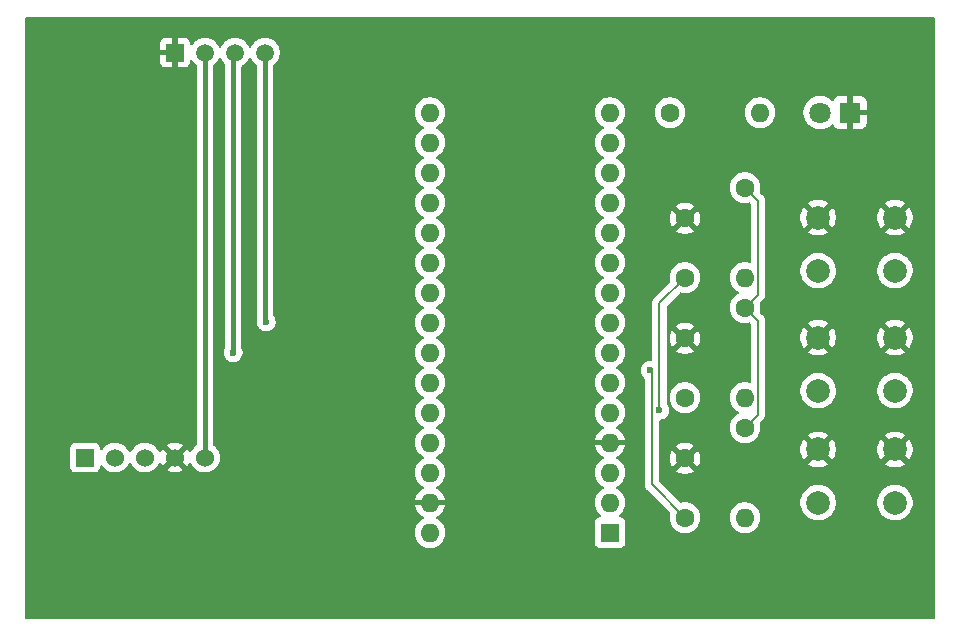
<source format=gbl>
G04 #@! TF.GenerationSoftware,KiCad,Pcbnew,9.0.1*
G04 #@! TF.CreationDate,2025-08-05T12:48:42+05:00*
G04 #@! TF.ProjectId,firstPCB,66697273-7450-4434-922e-6b696361645f,rev?*
G04 #@! TF.SameCoordinates,Original*
G04 #@! TF.FileFunction,Copper,L4,Bot*
G04 #@! TF.FilePolarity,Positive*
%FSLAX46Y46*%
G04 Gerber Fmt 4.6, Leading zero omitted, Abs format (unit mm)*
G04 Created by KiCad (PCBNEW 9.0.1) date 2025-08-05 12:48:42*
%MOMM*%
%LPD*%
G01*
G04 APERTURE LIST*
G04 #@! TA.AperFunction,ComponentPad*
%ADD10C,2.000000*%
G04 #@! TD*
G04 #@! TA.AperFunction,ComponentPad*
%ADD11R,1.800000X1.800000*%
G04 #@! TD*
G04 #@! TA.AperFunction,ComponentPad*
%ADD12C,1.800000*%
G04 #@! TD*
G04 #@! TA.AperFunction,ComponentPad*
%ADD13C,1.600000*%
G04 #@! TD*
G04 #@! TA.AperFunction,ComponentPad*
%ADD14O,1.600000X1.600000*%
G04 #@! TD*
G04 #@! TA.AperFunction,ComponentPad*
%ADD15R,1.524000X1.524000*%
G04 #@! TD*
G04 #@! TA.AperFunction,ComponentPad*
%ADD16C,1.524000*%
G04 #@! TD*
G04 #@! TA.AperFunction,ComponentPad*
%ADD17R,1.500000X1.500000*%
G04 #@! TD*
G04 #@! TA.AperFunction,ComponentPad*
%ADD18C,1.500000*%
G04 #@! TD*
G04 #@! TA.AperFunction,ComponentPad*
%ADD19R,1.600000X1.600000*%
G04 #@! TD*
G04 #@! TA.AperFunction,ViaPad*
%ADD20C,0.600000*%
G04 #@! TD*
G04 #@! TA.AperFunction,Conductor*
%ADD21C,0.400000*%
G04 #@! TD*
G04 #@! TA.AperFunction,Conductor*
%ADD22C,0.200000*%
G04 #@! TD*
G04 APERTURE END LIST*
D10*
X97640000Y-87630000D03*
X104140000Y-87630000D03*
X97640000Y-92130000D03*
X104140000Y-92130000D03*
D11*
X100330000Y-68580000D03*
D12*
X97790000Y-68580000D03*
D13*
X91440000Y-85090000D03*
D14*
X91440000Y-92710000D03*
D13*
X91440000Y-95250000D03*
D14*
X91440000Y-102870000D03*
D15*
X35560000Y-97790000D03*
D16*
X38100000Y-97790000D03*
X40640000Y-97790000D03*
X43180000Y-97790000D03*
X45720000Y-97790000D03*
D13*
X86360000Y-92710000D03*
X86360000Y-87710000D03*
D10*
X97640000Y-77470000D03*
X104140000Y-77470000D03*
X97640000Y-81970000D03*
X104140000Y-81970000D03*
D13*
X91440000Y-74930000D03*
D14*
X91440000Y-82550000D03*
D13*
X86360000Y-102870000D03*
X86360000Y-97870000D03*
D17*
X43180000Y-63500000D03*
D18*
X45720000Y-63500000D03*
X48260000Y-63500000D03*
X50800000Y-63500000D03*
D13*
X86360000Y-82550000D03*
X86360000Y-77550000D03*
D19*
X80010000Y-104140000D03*
D14*
X80010000Y-101600000D03*
X80010000Y-99060000D03*
X80010000Y-96520000D03*
X80010000Y-93980000D03*
X80010000Y-91440000D03*
X80010000Y-88900000D03*
X80010000Y-86360000D03*
X80010000Y-83820000D03*
X80010000Y-81280000D03*
X80010000Y-78740000D03*
X80010000Y-76200000D03*
X80010000Y-73660000D03*
X80010000Y-71120000D03*
X80010000Y-68580000D03*
X64770000Y-68580000D03*
X64770000Y-71120000D03*
X64770000Y-73660000D03*
X64770000Y-76200000D03*
X64770000Y-78740000D03*
X64770000Y-81280000D03*
X64770000Y-83820000D03*
X64770000Y-86360000D03*
X64770000Y-88900000D03*
X64770000Y-91440000D03*
X64770000Y-93980000D03*
X64770000Y-96520000D03*
X64770000Y-99060000D03*
X64770000Y-101600000D03*
X64770000Y-104140000D03*
D10*
X97640000Y-97100000D03*
X104140000Y-97100000D03*
X97640000Y-101600000D03*
X104140000Y-101600000D03*
D13*
X85090000Y-68580000D03*
D14*
X92710000Y-68580000D03*
D20*
X48100000Y-88900000D03*
X50900000Y-86300000D03*
X83400000Y-90400000D03*
X84200000Y-93800000D03*
D21*
X48100000Y-63660000D02*
X48260000Y-63500000D01*
X48100000Y-88900000D02*
X48100000Y-63660000D01*
X50900000Y-86300000D02*
X50800000Y-86200000D01*
X50800000Y-86200000D02*
X50800000Y-63500000D01*
D22*
X83534358Y-100044358D02*
X86360000Y-102870000D01*
X83534358Y-90534358D02*
X83534358Y-100044358D01*
X83400000Y-90400000D02*
X83534358Y-90534358D01*
X84200000Y-93800000D02*
X84200000Y-84710000D01*
X84200000Y-84710000D02*
X86360000Y-82550000D01*
X91440000Y-95250000D02*
X92541000Y-94149000D01*
X92541000Y-83989000D02*
X91440000Y-85090000D01*
X92541000Y-76031000D02*
X92541000Y-83989000D01*
X92541000Y-86191000D02*
X91440000Y-85090000D01*
X91440000Y-74930000D02*
X92541000Y-76031000D01*
X92541000Y-94149000D02*
X92541000Y-86191000D01*
D21*
X45720000Y-63500000D02*
X45720000Y-97790000D01*
G04 #@! TA.AperFunction,Conductor*
G36*
X107442539Y-60520185D02*
G01*
X107488294Y-60572989D01*
X107499500Y-60624500D01*
X107499500Y-111375500D01*
X107479815Y-111442539D01*
X107427011Y-111488294D01*
X107375500Y-111499500D01*
X30624500Y-111499500D01*
X30557461Y-111479815D01*
X30511706Y-111427011D01*
X30500500Y-111375500D01*
X30500500Y-96980135D01*
X34297500Y-96980135D01*
X34297500Y-98599870D01*
X34297501Y-98599876D01*
X34303908Y-98659483D01*
X34354202Y-98794328D01*
X34354206Y-98794335D01*
X34440452Y-98909544D01*
X34440455Y-98909547D01*
X34555664Y-98995793D01*
X34555671Y-98995797D01*
X34690517Y-99046091D01*
X34690516Y-99046091D01*
X34697444Y-99046835D01*
X34750127Y-99052500D01*
X36369872Y-99052499D01*
X36429483Y-99046091D01*
X36564331Y-98995796D01*
X36679546Y-98909546D01*
X36765796Y-98794331D01*
X36816091Y-98659483D01*
X36822500Y-98599873D01*
X36822499Y-98561197D01*
X36842182Y-98494161D01*
X36894985Y-98448405D01*
X36964143Y-98438460D01*
X37027699Y-98467483D01*
X37046817Y-98488312D01*
X37137019Y-98612464D01*
X37277536Y-98752981D01*
X37438306Y-98869787D01*
X37516333Y-98909544D01*
X37615367Y-98960005D01*
X37615370Y-98960006D01*
X37682628Y-98981859D01*
X37804364Y-99021413D01*
X38000639Y-99052500D01*
X38000640Y-99052500D01*
X38199360Y-99052500D01*
X38199361Y-99052500D01*
X38395636Y-99021413D01*
X38584632Y-98960005D01*
X38761694Y-98869787D01*
X38922464Y-98752981D01*
X39062981Y-98612464D01*
X39179787Y-98451694D01*
X39259515Y-98295218D01*
X39307490Y-98244423D01*
X39375311Y-98227628D01*
X39441446Y-98250165D01*
X39480484Y-98295218D01*
X39560213Y-98451694D01*
X39677019Y-98612464D01*
X39817536Y-98752981D01*
X39978306Y-98869787D01*
X40056333Y-98909544D01*
X40155367Y-98960005D01*
X40155370Y-98960006D01*
X40222628Y-98981859D01*
X40344364Y-99021413D01*
X40540639Y-99052500D01*
X40540640Y-99052500D01*
X40739360Y-99052500D01*
X40739361Y-99052500D01*
X40935636Y-99021413D01*
X41124632Y-98960005D01*
X41301694Y-98869787D01*
X41462464Y-98752981D01*
X41602981Y-98612464D01*
X41719787Y-98451694D01*
X41799796Y-98294667D01*
X41847769Y-98243872D01*
X41915590Y-98227077D01*
X41981725Y-98249614D01*
X42020765Y-98294668D01*
X42100641Y-98451432D01*
X42127730Y-98488715D01*
X42127731Y-98488716D01*
X42799000Y-97817447D01*
X42799000Y-97840160D01*
X42824964Y-97937061D01*
X42875124Y-98023940D01*
X42946060Y-98094876D01*
X43032939Y-98145036D01*
X43129840Y-98171000D01*
X43152553Y-98171000D01*
X42481283Y-98842268D01*
X42481283Y-98842269D01*
X42518567Y-98869358D01*
X42695562Y-98959542D01*
X42884477Y-99020924D01*
X43080679Y-99052000D01*
X43279321Y-99052000D01*
X43475520Y-99020924D01*
X43475523Y-99020924D01*
X43664437Y-98959542D01*
X43841425Y-98869362D01*
X43878716Y-98842268D01*
X43207448Y-98171000D01*
X43230160Y-98171000D01*
X43327061Y-98145036D01*
X43413940Y-98094876D01*
X43484876Y-98023940D01*
X43535036Y-97937061D01*
X43561000Y-97840160D01*
X43561000Y-97817447D01*
X44232268Y-98488715D01*
X44259364Y-98451422D01*
X44339234Y-98294669D01*
X44387208Y-98243872D01*
X44455029Y-98227077D01*
X44521164Y-98249614D01*
X44560203Y-98294667D01*
X44640213Y-98451694D01*
X44757019Y-98612464D01*
X44897536Y-98752981D01*
X45058306Y-98869787D01*
X45136333Y-98909544D01*
X45235367Y-98960005D01*
X45235370Y-98960006D01*
X45302628Y-98981859D01*
X45424364Y-99021413D01*
X45620639Y-99052500D01*
X45620640Y-99052500D01*
X45819360Y-99052500D01*
X45819361Y-99052500D01*
X46015636Y-99021413D01*
X46204632Y-98960005D01*
X46381694Y-98869787D01*
X46542464Y-98752981D01*
X46682981Y-98612464D01*
X46799787Y-98451694D01*
X46890005Y-98274632D01*
X46951413Y-98085636D01*
X46982500Y-97889361D01*
X46982500Y-97690639D01*
X46951413Y-97494364D01*
X46911320Y-97370968D01*
X46890006Y-97305370D01*
X46890005Y-97305367D01*
X46830531Y-97188644D01*
X46799787Y-97128306D01*
X46682981Y-96967536D01*
X46542464Y-96827019D01*
X46471613Y-96775542D01*
X46428949Y-96720214D01*
X46420500Y-96675226D01*
X46420500Y-64599940D01*
X46440185Y-64532901D01*
X46471609Y-64499626D01*
X46534646Y-64453828D01*
X46673828Y-64314646D01*
X46789524Y-64155405D01*
X46878884Y-63980025D01*
X46879515Y-63978787D01*
X46927489Y-63927990D01*
X46995310Y-63911195D01*
X47061445Y-63933732D01*
X47100485Y-63978787D01*
X47190474Y-64155403D01*
X47194317Y-64160692D01*
X47306172Y-64314646D01*
X47306174Y-64314648D01*
X47363181Y-64371655D01*
X47396666Y-64432978D01*
X47399500Y-64459336D01*
X47399500Y-88474684D01*
X47390061Y-88522136D01*
X47330264Y-88666498D01*
X47330261Y-88666510D01*
X47299500Y-88821153D01*
X47299500Y-88978846D01*
X47330261Y-89133489D01*
X47330264Y-89133501D01*
X47390602Y-89279172D01*
X47390609Y-89279185D01*
X47478210Y-89410288D01*
X47478213Y-89410292D01*
X47589707Y-89521786D01*
X47589711Y-89521789D01*
X47720814Y-89609390D01*
X47720827Y-89609397D01*
X47866498Y-89669735D01*
X47866503Y-89669737D01*
X48021153Y-89700499D01*
X48021156Y-89700500D01*
X48021158Y-89700500D01*
X48178844Y-89700500D01*
X48178845Y-89700499D01*
X48333497Y-89669737D01*
X48479179Y-89609394D01*
X48610289Y-89521789D01*
X48721789Y-89410289D01*
X48809394Y-89279179D01*
X48869737Y-89133497D01*
X48900500Y-88978842D01*
X48900500Y-88821158D01*
X48900500Y-88821155D01*
X48900499Y-88821153D01*
X48869737Y-88666503D01*
X48840313Y-88595466D01*
X48809939Y-88522136D01*
X48800500Y-88474684D01*
X48800500Y-64704057D01*
X48820185Y-64637018D01*
X48868204Y-64593573D01*
X48915405Y-64569524D01*
X49074646Y-64453828D01*
X49213828Y-64314646D01*
X49329524Y-64155405D01*
X49418884Y-63980025D01*
X49419515Y-63978787D01*
X49467489Y-63927990D01*
X49535310Y-63911195D01*
X49601445Y-63933732D01*
X49640485Y-63978787D01*
X49730474Y-64155403D01*
X49734317Y-64160692D01*
X49846172Y-64314646D01*
X49985354Y-64453828D01*
X50048388Y-64499624D01*
X50091051Y-64554951D01*
X50099500Y-64599940D01*
X50099500Y-86378846D01*
X50130261Y-86533489D01*
X50130264Y-86533501D01*
X50190602Y-86679172D01*
X50190609Y-86679185D01*
X50278210Y-86810288D01*
X50278213Y-86810292D01*
X50389707Y-86921786D01*
X50389711Y-86921789D01*
X50520814Y-87009390D01*
X50520827Y-87009397D01*
X50666498Y-87069735D01*
X50666503Y-87069737D01*
X50821153Y-87100499D01*
X50821156Y-87100500D01*
X50821158Y-87100500D01*
X50978844Y-87100500D01*
X50978845Y-87100499D01*
X51133497Y-87069737D01*
X51279179Y-87009394D01*
X51410289Y-86921789D01*
X51521789Y-86810289D01*
X51609394Y-86679179D01*
X51669737Y-86533497D01*
X51700500Y-86378842D01*
X51700500Y-86221158D01*
X51700500Y-86221155D01*
X51700499Y-86221153D01*
X51689714Y-86166934D01*
X51669737Y-86066503D01*
X51665165Y-86055464D01*
X51609397Y-85920827D01*
X51609390Y-85920814D01*
X51521398Y-85789125D01*
X51500520Y-85722447D01*
X51500500Y-85720234D01*
X51500500Y-68477648D01*
X63469500Y-68477648D01*
X63469500Y-68682351D01*
X63501522Y-68884534D01*
X63564781Y-69079223D01*
X63657715Y-69261613D01*
X63778028Y-69427213D01*
X63922786Y-69571971D01*
X64077749Y-69684556D01*
X64088390Y-69692287D01*
X64179840Y-69738883D01*
X64181080Y-69739515D01*
X64231876Y-69787490D01*
X64248671Y-69855311D01*
X64226134Y-69921446D01*
X64181080Y-69960485D01*
X64088386Y-70007715D01*
X63922786Y-70128028D01*
X63778028Y-70272786D01*
X63657715Y-70438386D01*
X63564781Y-70620776D01*
X63501522Y-70815465D01*
X63469500Y-71017648D01*
X63469500Y-71222351D01*
X63501522Y-71424534D01*
X63564781Y-71619223D01*
X63657715Y-71801613D01*
X63778028Y-71967213D01*
X63922786Y-72111971D01*
X64077749Y-72224556D01*
X64088390Y-72232287D01*
X64179840Y-72278883D01*
X64181080Y-72279515D01*
X64231876Y-72327490D01*
X64248671Y-72395311D01*
X64226134Y-72461446D01*
X64181080Y-72500485D01*
X64088386Y-72547715D01*
X63922786Y-72668028D01*
X63778028Y-72812786D01*
X63657715Y-72978386D01*
X63564781Y-73160776D01*
X63501522Y-73355465D01*
X63469500Y-73557648D01*
X63469500Y-73762351D01*
X63501522Y-73964534D01*
X63564781Y-74159223D01*
X63657715Y-74341613D01*
X63778028Y-74507213D01*
X63922786Y-74651971D01*
X64015500Y-74719330D01*
X64088390Y-74772287D01*
X64179840Y-74818883D01*
X64181080Y-74819515D01*
X64231876Y-74867490D01*
X64248671Y-74935311D01*
X64226134Y-75001446D01*
X64181080Y-75040485D01*
X64088386Y-75087715D01*
X63922786Y-75208028D01*
X63778028Y-75352786D01*
X63657715Y-75518386D01*
X63564781Y-75700776D01*
X63501522Y-75895465D01*
X63469500Y-76097648D01*
X63469500Y-76302351D01*
X63501522Y-76504534D01*
X63564781Y-76699223D01*
X63628398Y-76824076D01*
X63651106Y-76868644D01*
X63657715Y-76881613D01*
X63778028Y-77047213D01*
X63922786Y-77191971D01*
X64077526Y-77304394D01*
X64088390Y-77312287D01*
X64166227Y-77351947D01*
X64181080Y-77359515D01*
X64231876Y-77407490D01*
X64248671Y-77475311D01*
X64226134Y-77541446D01*
X64181080Y-77580485D01*
X64088386Y-77627715D01*
X63922786Y-77748028D01*
X63778028Y-77892786D01*
X63657715Y-78058386D01*
X63564781Y-78240776D01*
X63501522Y-78435465D01*
X63469500Y-78637648D01*
X63469500Y-78842351D01*
X63501522Y-79044534D01*
X63564781Y-79239223D01*
X63657715Y-79421613D01*
X63778028Y-79587213D01*
X63922786Y-79731971D01*
X64077749Y-79844556D01*
X64088390Y-79852287D01*
X64179840Y-79898883D01*
X64181080Y-79899515D01*
X64231876Y-79947490D01*
X64248671Y-80015311D01*
X64226134Y-80081446D01*
X64181080Y-80120485D01*
X64088386Y-80167715D01*
X63922786Y-80288028D01*
X63778028Y-80432786D01*
X63657715Y-80598386D01*
X63564781Y-80780776D01*
X63501522Y-80975465D01*
X63469500Y-81177648D01*
X63469500Y-81382351D01*
X63501522Y-81584534D01*
X63564781Y-81779223D01*
X63657715Y-81961613D01*
X63778028Y-82127213D01*
X63922786Y-82271971D01*
X64077749Y-82384556D01*
X64088390Y-82392287D01*
X64179840Y-82438883D01*
X64181080Y-82439515D01*
X64231876Y-82487490D01*
X64248671Y-82555311D01*
X64226134Y-82621446D01*
X64181080Y-82660485D01*
X64088386Y-82707715D01*
X63922786Y-82828028D01*
X63778028Y-82972786D01*
X63657715Y-83138386D01*
X63564781Y-83320776D01*
X63501522Y-83515465D01*
X63469500Y-83717648D01*
X63469500Y-83922351D01*
X63501522Y-84124534D01*
X63564781Y-84319223D01*
X63610213Y-84408386D01*
X63641362Y-84469520D01*
X63657715Y-84501613D01*
X63778028Y-84667213D01*
X63922786Y-84811971D01*
X64074802Y-84922415D01*
X64088390Y-84932287D01*
X64179840Y-84978883D01*
X64181080Y-84979515D01*
X64231876Y-85027490D01*
X64248671Y-85095311D01*
X64226134Y-85161446D01*
X64181080Y-85200485D01*
X64088386Y-85247715D01*
X63922786Y-85368028D01*
X63778028Y-85512786D01*
X63657715Y-85678386D01*
X63564781Y-85860776D01*
X63501523Y-86055464D01*
X63469500Y-86257648D01*
X63469500Y-86462351D01*
X63501522Y-86664534D01*
X63564781Y-86859223D01*
X63596661Y-86921789D01*
X63651106Y-87028644D01*
X63657715Y-87041613D01*
X63778028Y-87207213D01*
X63922786Y-87351971D01*
X64077526Y-87464394D01*
X64088390Y-87472287D01*
X64166227Y-87511947D01*
X64181080Y-87519515D01*
X64231876Y-87567490D01*
X64248671Y-87635311D01*
X64226134Y-87701446D01*
X64181080Y-87740485D01*
X64088386Y-87787715D01*
X63922786Y-87908028D01*
X63778028Y-88052786D01*
X63657715Y-88218386D01*
X63564781Y-88400776D01*
X63501522Y-88595465D01*
X63469500Y-88797648D01*
X63469500Y-89002351D01*
X63501522Y-89204534D01*
X63564781Y-89399223D01*
X63657715Y-89581613D01*
X63778028Y-89747213D01*
X63922786Y-89891971D01*
X64077749Y-90004556D01*
X64088390Y-90012287D01*
X64179840Y-90058883D01*
X64181080Y-90059515D01*
X64231876Y-90107490D01*
X64248671Y-90175311D01*
X64226134Y-90241446D01*
X64181080Y-90280485D01*
X64088386Y-90327715D01*
X63922786Y-90448028D01*
X63778028Y-90592786D01*
X63657715Y-90758386D01*
X63564781Y-90940776D01*
X63501522Y-91135465D01*
X63469500Y-91337648D01*
X63469500Y-91542351D01*
X63501522Y-91744534D01*
X63564781Y-91939223D01*
X63657715Y-92121613D01*
X63778028Y-92287213D01*
X63922786Y-92431971D01*
X64077749Y-92544556D01*
X64088390Y-92552287D01*
X64179840Y-92598883D01*
X64181080Y-92599515D01*
X64231876Y-92647490D01*
X64248671Y-92715311D01*
X64226134Y-92781446D01*
X64181080Y-92820485D01*
X64088386Y-92867715D01*
X63922786Y-92988028D01*
X63778028Y-93132786D01*
X63657715Y-93298386D01*
X63564781Y-93480776D01*
X63501522Y-93675465D01*
X63469500Y-93877648D01*
X63469500Y-94082351D01*
X63501522Y-94284534D01*
X63564781Y-94479223D01*
X63610213Y-94568386D01*
X63641362Y-94629520D01*
X63657715Y-94661613D01*
X63778028Y-94827213D01*
X63922786Y-94971971D01*
X64077749Y-95084556D01*
X64088390Y-95092287D01*
X64179840Y-95138883D01*
X64181080Y-95139515D01*
X64231876Y-95187490D01*
X64248671Y-95255311D01*
X64226134Y-95321446D01*
X64181080Y-95360485D01*
X64088386Y-95407715D01*
X63922786Y-95528028D01*
X63778028Y-95672786D01*
X63657715Y-95838386D01*
X63564781Y-96020776D01*
X63501522Y-96215465D01*
X63469500Y-96417648D01*
X63469500Y-96622351D01*
X63501522Y-96824534D01*
X63564781Y-97019223D01*
X63620362Y-97128305D01*
X63651106Y-97188644D01*
X63657715Y-97201613D01*
X63778028Y-97367213D01*
X63922786Y-97511971D01*
X64061180Y-97612518D01*
X64088390Y-97632287D01*
X64173793Y-97675802D01*
X64181080Y-97679515D01*
X64231876Y-97727490D01*
X64248671Y-97795311D01*
X64226134Y-97861446D01*
X64181080Y-97900485D01*
X64088386Y-97947715D01*
X63922786Y-98068028D01*
X63778028Y-98212786D01*
X63657715Y-98378386D01*
X63564781Y-98560776D01*
X63501522Y-98755465D01*
X63469500Y-98957648D01*
X63469500Y-99162351D01*
X63501522Y-99364534D01*
X63564781Y-99559223D01*
X63657715Y-99741613D01*
X63778028Y-99907213D01*
X63922786Y-100051971D01*
X64039060Y-100136447D01*
X64088390Y-100172287D01*
X64160424Y-100208990D01*
X64181629Y-100219795D01*
X64232425Y-100267770D01*
X64249220Y-100335591D01*
X64226682Y-100401726D01*
X64181629Y-100440765D01*
X64088650Y-100488140D01*
X63923105Y-100608417D01*
X63923104Y-100608417D01*
X63778417Y-100753104D01*
X63778417Y-100753105D01*
X63658140Y-100918650D01*
X63565244Y-101100970D01*
X63502009Y-101295586D01*
X63493391Y-101350000D01*
X64336988Y-101350000D01*
X64304075Y-101407007D01*
X64270000Y-101534174D01*
X64270000Y-101665826D01*
X64304075Y-101792993D01*
X64336988Y-101850000D01*
X63493391Y-101850000D01*
X63502009Y-101904413D01*
X63565244Y-102099029D01*
X63658140Y-102281349D01*
X63778417Y-102446894D01*
X63778417Y-102446895D01*
X63923104Y-102591582D01*
X64088652Y-102711861D01*
X64181628Y-102759234D01*
X64232425Y-102807208D01*
X64249220Y-102875029D01*
X64226683Y-102941164D01*
X64181630Y-102980203D01*
X64088388Y-103027713D01*
X63922786Y-103148028D01*
X63778028Y-103292786D01*
X63657715Y-103458386D01*
X63564781Y-103640776D01*
X63501522Y-103835465D01*
X63469500Y-104037648D01*
X63469500Y-104242351D01*
X63501522Y-104444534D01*
X63564781Y-104639223D01*
X63657715Y-104821613D01*
X63778028Y-104987213D01*
X63922786Y-105131971D01*
X64077749Y-105244556D01*
X64088390Y-105252287D01*
X64177212Y-105297544D01*
X64270776Y-105345218D01*
X64270778Y-105345218D01*
X64270781Y-105345220D01*
X64375137Y-105379127D01*
X64465465Y-105408477D01*
X64566557Y-105424488D01*
X64667648Y-105440500D01*
X64667649Y-105440500D01*
X64872351Y-105440500D01*
X64872352Y-105440500D01*
X65074534Y-105408477D01*
X65269219Y-105345220D01*
X65451610Y-105252287D01*
X65547901Y-105182328D01*
X65617213Y-105131971D01*
X65617215Y-105131968D01*
X65617219Y-105131966D01*
X65761966Y-104987219D01*
X65761968Y-104987215D01*
X65761971Y-104987213D01*
X65814732Y-104914590D01*
X65882287Y-104821610D01*
X65975220Y-104639219D01*
X66038477Y-104444534D01*
X66070500Y-104242352D01*
X66070500Y-104037648D01*
X66038477Y-103835466D01*
X65975220Y-103640781D01*
X65975218Y-103640778D01*
X65975218Y-103640776D01*
X65941503Y-103574607D01*
X65882287Y-103458390D01*
X65874556Y-103447749D01*
X65761971Y-103292786D01*
X65617213Y-103148028D01*
X65451611Y-103027713D01*
X65358369Y-102980203D01*
X65307574Y-102932229D01*
X65290779Y-102864407D01*
X65313317Y-102798273D01*
X65358371Y-102759234D01*
X65451347Y-102711861D01*
X65616894Y-102591582D01*
X65616895Y-102591582D01*
X65761582Y-102446895D01*
X65761582Y-102446894D01*
X65881859Y-102281349D01*
X65974755Y-102099029D01*
X66037990Y-101904413D01*
X66046609Y-101850000D01*
X65203012Y-101850000D01*
X65235925Y-101792993D01*
X65270000Y-101665826D01*
X65270000Y-101534174D01*
X65235925Y-101407007D01*
X65203012Y-101350000D01*
X66046609Y-101350000D01*
X66037990Y-101295586D01*
X65974755Y-101100970D01*
X65881859Y-100918650D01*
X65761582Y-100753105D01*
X65761582Y-100753104D01*
X65616895Y-100608417D01*
X65451349Y-100488140D01*
X65358370Y-100440765D01*
X65307574Y-100392790D01*
X65290779Y-100324969D01*
X65313316Y-100258835D01*
X65358370Y-100219795D01*
X65358920Y-100219515D01*
X65451610Y-100172287D01*
X65551794Y-100099500D01*
X65617213Y-100051971D01*
X65617215Y-100051968D01*
X65617219Y-100051966D01*
X65761966Y-99907219D01*
X65761968Y-99907215D01*
X65761971Y-99907213D01*
X65816657Y-99831942D01*
X65882287Y-99741610D01*
X65975220Y-99559219D01*
X66038477Y-99364534D01*
X66070500Y-99162352D01*
X66070500Y-98957648D01*
X66056516Y-98869358D01*
X66038477Y-98755465D01*
X65986638Y-98595922D01*
X65975220Y-98560781D01*
X65975218Y-98560778D01*
X65975218Y-98560776D01*
X65919636Y-98451692D01*
X65882287Y-98378390D01*
X65841796Y-98322658D01*
X65761971Y-98212786D01*
X65617213Y-98068028D01*
X65451614Y-97947715D01*
X65430704Y-97937061D01*
X65358917Y-97900483D01*
X65308123Y-97852511D01*
X65291328Y-97784690D01*
X65313865Y-97718555D01*
X65358917Y-97679516D01*
X65451610Y-97632287D01*
X65478820Y-97612518D01*
X65617213Y-97511971D01*
X65617215Y-97511968D01*
X65617219Y-97511966D01*
X65761966Y-97367219D01*
X65761968Y-97367215D01*
X65761971Y-97367213D01*
X65870341Y-97218052D01*
X65882287Y-97201610D01*
X65975220Y-97019219D01*
X66038477Y-96824534D01*
X66070500Y-96622352D01*
X66070500Y-96417648D01*
X66054056Y-96313828D01*
X66038477Y-96215465D01*
X65975218Y-96020776D01*
X65941503Y-95954607D01*
X65882287Y-95838390D01*
X65866810Y-95817087D01*
X65761971Y-95672786D01*
X65617213Y-95528028D01*
X65451614Y-95407715D01*
X65445006Y-95404348D01*
X65358917Y-95360483D01*
X65308123Y-95312511D01*
X65291328Y-95244690D01*
X65313865Y-95178555D01*
X65358917Y-95139516D01*
X65451610Y-95092287D01*
X65472770Y-95076913D01*
X65617213Y-94971971D01*
X65617215Y-94971968D01*
X65617219Y-94971966D01*
X65761966Y-94827219D01*
X65761968Y-94827215D01*
X65761971Y-94827213D01*
X65836595Y-94724500D01*
X65882287Y-94661610D01*
X65975220Y-94479219D01*
X66038477Y-94284534D01*
X66070500Y-94082352D01*
X66070500Y-93877648D01*
X66038477Y-93675466D01*
X65975220Y-93480781D01*
X65975218Y-93480778D01*
X65975218Y-93480776D01*
X65940858Y-93413342D01*
X65882287Y-93298390D01*
X65874556Y-93287749D01*
X65761971Y-93132786D01*
X65617213Y-92988028D01*
X65451614Y-92867715D01*
X65445006Y-92864348D01*
X65358917Y-92820483D01*
X65308123Y-92772511D01*
X65291328Y-92704690D01*
X65313865Y-92638555D01*
X65358917Y-92599516D01*
X65451610Y-92552287D01*
X65472770Y-92536913D01*
X65617213Y-92431971D01*
X65617215Y-92431968D01*
X65617219Y-92431966D01*
X65761966Y-92287219D01*
X65761968Y-92287215D01*
X65761971Y-92287213D01*
X65817505Y-92210776D01*
X65882287Y-92121610D01*
X65975220Y-91939219D01*
X66038477Y-91744534D01*
X66070500Y-91542352D01*
X66070500Y-91337648D01*
X66070005Y-91334524D01*
X66038477Y-91135465D01*
X65989745Y-90985485D01*
X65975220Y-90940781D01*
X65975218Y-90940778D01*
X65975218Y-90940776D01*
X65927261Y-90846657D01*
X65882287Y-90758390D01*
X65868513Y-90739432D01*
X65761971Y-90592786D01*
X65617213Y-90448028D01*
X65451614Y-90327715D01*
X65438735Y-90321153D01*
X65358917Y-90280483D01*
X65308123Y-90232511D01*
X65291328Y-90164690D01*
X65313865Y-90098555D01*
X65358917Y-90059516D01*
X65451610Y-90012287D01*
X65472770Y-89996913D01*
X65617213Y-89891971D01*
X65617215Y-89891968D01*
X65617219Y-89891966D01*
X65761966Y-89747219D01*
X65761968Y-89747215D01*
X65761971Y-89747213D01*
X65818259Y-89669738D01*
X65882287Y-89581610D01*
X65975220Y-89399219D01*
X66038477Y-89204534D01*
X66070500Y-89002352D01*
X66070500Y-88797648D01*
X66069205Y-88789474D01*
X66038477Y-88595465D01*
X66007167Y-88499104D01*
X65975220Y-88400781D01*
X65975218Y-88400778D01*
X65975218Y-88400776D01*
X65941503Y-88334607D01*
X65882287Y-88218390D01*
X65873141Y-88205802D01*
X65761971Y-88052786D01*
X65617213Y-87908028D01*
X65451614Y-87787715D01*
X65445006Y-87784348D01*
X65358917Y-87740483D01*
X65308123Y-87692511D01*
X65291328Y-87624690D01*
X65313865Y-87558555D01*
X65358917Y-87519516D01*
X65451610Y-87472287D01*
X65526732Y-87417708D01*
X65617213Y-87351971D01*
X65617215Y-87351968D01*
X65617219Y-87351966D01*
X65761966Y-87207219D01*
X65761968Y-87207215D01*
X65761971Y-87207213D01*
X65854395Y-87080000D01*
X65882287Y-87041610D01*
X65975220Y-86859219D01*
X66038477Y-86664534D01*
X66070500Y-86462352D01*
X66070500Y-86257648D01*
X66038477Y-86055466D01*
X66038476Y-86055464D01*
X66038477Y-86055464D01*
X65984068Y-85888013D01*
X65975220Y-85860781D01*
X65975218Y-85860778D01*
X65975218Y-85860776D01*
X65938709Y-85789125D01*
X65882287Y-85678390D01*
X65874556Y-85667749D01*
X65761971Y-85512786D01*
X65617213Y-85368028D01*
X65451614Y-85247715D01*
X65445006Y-85244348D01*
X65358917Y-85200483D01*
X65308123Y-85152511D01*
X65291328Y-85084690D01*
X65313865Y-85018555D01*
X65358917Y-84979516D01*
X65451610Y-84932287D01*
X65472770Y-84916913D01*
X65617213Y-84811971D01*
X65617215Y-84811968D01*
X65617219Y-84811966D01*
X65761966Y-84667219D01*
X65761968Y-84667215D01*
X65761971Y-84667213D01*
X65817505Y-84590776D01*
X65882287Y-84501610D01*
X65975220Y-84319219D01*
X66038477Y-84124534D01*
X66070500Y-83922352D01*
X66070500Y-83717648D01*
X66038477Y-83515466D01*
X65975220Y-83320781D01*
X65975218Y-83320778D01*
X65975218Y-83320776D01*
X65940858Y-83253342D01*
X65882287Y-83138390D01*
X65874556Y-83127749D01*
X65761971Y-82972786D01*
X65617213Y-82828028D01*
X65451614Y-82707715D01*
X65445006Y-82704348D01*
X65358917Y-82660483D01*
X65308123Y-82612511D01*
X65291328Y-82544690D01*
X65313865Y-82478555D01*
X65358917Y-82439516D01*
X65451610Y-82392287D01*
X65472770Y-82376913D01*
X65617213Y-82271971D01*
X65617215Y-82271968D01*
X65617219Y-82271966D01*
X65761966Y-82127219D01*
X65761968Y-82127215D01*
X65761971Y-82127213D01*
X65817505Y-82050776D01*
X65882287Y-81961610D01*
X65975220Y-81779219D01*
X66038477Y-81584534D01*
X66070500Y-81382352D01*
X66070500Y-81177648D01*
X66070005Y-81174524D01*
X66038477Y-80975465D01*
X65989745Y-80825485D01*
X65975220Y-80780781D01*
X65975218Y-80780778D01*
X65975218Y-80780776D01*
X65927261Y-80686657D01*
X65882287Y-80598390D01*
X65868513Y-80579432D01*
X65761971Y-80432786D01*
X65617213Y-80288028D01*
X65451614Y-80167715D01*
X65445006Y-80164348D01*
X65358917Y-80120483D01*
X65308123Y-80072511D01*
X65291328Y-80004690D01*
X65313865Y-79938555D01*
X65358917Y-79899516D01*
X65451610Y-79852287D01*
X65472770Y-79836913D01*
X65617213Y-79731971D01*
X65617215Y-79731968D01*
X65617219Y-79731966D01*
X65761966Y-79587219D01*
X65761968Y-79587215D01*
X65761971Y-79587213D01*
X65814732Y-79514590D01*
X65882287Y-79421610D01*
X65975220Y-79239219D01*
X66038477Y-79044534D01*
X66070500Y-78842352D01*
X66070500Y-78637648D01*
X66038477Y-78435466D01*
X65975220Y-78240781D01*
X65975218Y-78240778D01*
X65975218Y-78240776D01*
X65941503Y-78174607D01*
X65882287Y-78058390D01*
X65873141Y-78045802D01*
X65761971Y-77892786D01*
X65617213Y-77748028D01*
X65451614Y-77627715D01*
X65445006Y-77624348D01*
X65358917Y-77580483D01*
X65308123Y-77532511D01*
X65291328Y-77464690D01*
X65313865Y-77398555D01*
X65358917Y-77359516D01*
X65451610Y-77312287D01*
X65526732Y-77257708D01*
X65617213Y-77191971D01*
X65617215Y-77191968D01*
X65617219Y-77191966D01*
X65761966Y-77047219D01*
X65761968Y-77047215D01*
X65761971Y-77047213D01*
X65854395Y-76920000D01*
X65882287Y-76881610D01*
X65975220Y-76699219D01*
X66038477Y-76504534D01*
X66070500Y-76302352D01*
X66070500Y-76097648D01*
X66038477Y-75895466D01*
X65975220Y-75700781D01*
X65975218Y-75700778D01*
X65975218Y-75700776D01*
X65941503Y-75634607D01*
X65882287Y-75518390D01*
X65874556Y-75507749D01*
X65761971Y-75352786D01*
X65617213Y-75208028D01*
X65451614Y-75087715D01*
X65445006Y-75084348D01*
X65358917Y-75040483D01*
X65308123Y-74992511D01*
X65291328Y-74924690D01*
X65313865Y-74858555D01*
X65358917Y-74819516D01*
X65451610Y-74772287D01*
X65524500Y-74719330D01*
X65617213Y-74651971D01*
X65617215Y-74651968D01*
X65617219Y-74651966D01*
X65761966Y-74507219D01*
X65761968Y-74507215D01*
X65761971Y-74507213D01*
X65817505Y-74430776D01*
X65882287Y-74341610D01*
X65975220Y-74159219D01*
X66038477Y-73964534D01*
X66070500Y-73762352D01*
X66070500Y-73557648D01*
X66038477Y-73355466D01*
X65975220Y-73160781D01*
X65975218Y-73160778D01*
X65975218Y-73160776D01*
X65941503Y-73094607D01*
X65882287Y-72978390D01*
X65874556Y-72967749D01*
X65761971Y-72812786D01*
X65617213Y-72668028D01*
X65451614Y-72547715D01*
X65445006Y-72544348D01*
X65358917Y-72500483D01*
X65308123Y-72452511D01*
X65291328Y-72384690D01*
X65313865Y-72318555D01*
X65358917Y-72279516D01*
X65451610Y-72232287D01*
X65472770Y-72216913D01*
X65617213Y-72111971D01*
X65617215Y-72111968D01*
X65617219Y-72111966D01*
X65761966Y-71967219D01*
X65761968Y-71967215D01*
X65761971Y-71967213D01*
X65814732Y-71894590D01*
X65882287Y-71801610D01*
X65975220Y-71619219D01*
X66038477Y-71424534D01*
X66070500Y-71222352D01*
X66070500Y-71017648D01*
X66038477Y-70815466D01*
X65975220Y-70620781D01*
X65975218Y-70620778D01*
X65975218Y-70620776D01*
X65941503Y-70554607D01*
X65882287Y-70438390D01*
X65874556Y-70427749D01*
X65761971Y-70272786D01*
X65617213Y-70128028D01*
X65451614Y-70007715D01*
X65445006Y-70004348D01*
X65358917Y-69960483D01*
X65308123Y-69912511D01*
X65291328Y-69844690D01*
X65313865Y-69778555D01*
X65358917Y-69739516D01*
X65451610Y-69692287D01*
X65472770Y-69676913D01*
X65617213Y-69571971D01*
X65617215Y-69571968D01*
X65617219Y-69571966D01*
X65761966Y-69427219D01*
X65761968Y-69427215D01*
X65761971Y-69427213D01*
X65814732Y-69354590D01*
X65882287Y-69261610D01*
X65975220Y-69079219D01*
X66038477Y-68884534D01*
X66070500Y-68682352D01*
X66070500Y-68477648D01*
X78709500Y-68477648D01*
X78709500Y-68682351D01*
X78741522Y-68884534D01*
X78804781Y-69079223D01*
X78897715Y-69261613D01*
X79018028Y-69427213D01*
X79162786Y-69571971D01*
X79317749Y-69684556D01*
X79328390Y-69692287D01*
X79419840Y-69738883D01*
X79421080Y-69739515D01*
X79471876Y-69787490D01*
X79488671Y-69855311D01*
X79466134Y-69921446D01*
X79421080Y-69960485D01*
X79328386Y-70007715D01*
X79162786Y-70128028D01*
X79018028Y-70272786D01*
X78897715Y-70438386D01*
X78804781Y-70620776D01*
X78741522Y-70815465D01*
X78709500Y-71017648D01*
X78709500Y-71222351D01*
X78741522Y-71424534D01*
X78804781Y-71619223D01*
X78897715Y-71801613D01*
X79018028Y-71967213D01*
X79162786Y-72111971D01*
X79317749Y-72224556D01*
X79328390Y-72232287D01*
X79419840Y-72278883D01*
X79421080Y-72279515D01*
X79471876Y-72327490D01*
X79488671Y-72395311D01*
X79466134Y-72461446D01*
X79421080Y-72500485D01*
X79328386Y-72547715D01*
X79162786Y-72668028D01*
X79018028Y-72812786D01*
X78897715Y-72978386D01*
X78804781Y-73160776D01*
X78741522Y-73355465D01*
X78709500Y-73557648D01*
X78709500Y-73762351D01*
X78741522Y-73964534D01*
X78804781Y-74159223D01*
X78897715Y-74341613D01*
X79018028Y-74507213D01*
X79162786Y-74651971D01*
X79255500Y-74719330D01*
X79328390Y-74772287D01*
X79419840Y-74818883D01*
X79421080Y-74819515D01*
X79471876Y-74867490D01*
X79488671Y-74935311D01*
X79466134Y-75001446D01*
X79421080Y-75040485D01*
X79328386Y-75087715D01*
X79162786Y-75208028D01*
X79018028Y-75352786D01*
X78897715Y-75518386D01*
X78804781Y-75700776D01*
X78741522Y-75895465D01*
X78709500Y-76097648D01*
X78709500Y-76302351D01*
X78741522Y-76504534D01*
X78804781Y-76699223D01*
X78868398Y-76824076D01*
X78891106Y-76868644D01*
X78897715Y-76881613D01*
X79018028Y-77047213D01*
X79162786Y-77191971D01*
X79317526Y-77304394D01*
X79328390Y-77312287D01*
X79406227Y-77351947D01*
X79421080Y-77359515D01*
X79471876Y-77407490D01*
X79488671Y-77475311D01*
X79466134Y-77541446D01*
X79421080Y-77580485D01*
X79328386Y-77627715D01*
X79162786Y-77748028D01*
X79018028Y-77892786D01*
X78897715Y-78058386D01*
X78804781Y-78240776D01*
X78741522Y-78435465D01*
X78709500Y-78637648D01*
X78709500Y-78842351D01*
X78741522Y-79044534D01*
X78804781Y-79239223D01*
X78897715Y-79421613D01*
X79018028Y-79587213D01*
X79162786Y-79731971D01*
X79317749Y-79844556D01*
X79328390Y-79852287D01*
X79419840Y-79898883D01*
X79421080Y-79899515D01*
X79471876Y-79947490D01*
X79488671Y-80015311D01*
X79466134Y-80081446D01*
X79421080Y-80120485D01*
X79328386Y-80167715D01*
X79162786Y-80288028D01*
X79018028Y-80432786D01*
X78897715Y-80598386D01*
X78804781Y-80780776D01*
X78741522Y-80975465D01*
X78709500Y-81177648D01*
X78709500Y-81382351D01*
X78741522Y-81584534D01*
X78804781Y-81779223D01*
X78897715Y-81961613D01*
X79018028Y-82127213D01*
X79162786Y-82271971D01*
X79317749Y-82384556D01*
X79328390Y-82392287D01*
X79419840Y-82438883D01*
X79421080Y-82439515D01*
X79471876Y-82487490D01*
X79488671Y-82555311D01*
X79466134Y-82621446D01*
X79421080Y-82660485D01*
X79328386Y-82707715D01*
X79162786Y-82828028D01*
X79018028Y-82972786D01*
X78897715Y-83138386D01*
X78804781Y-83320776D01*
X78741522Y-83515465D01*
X78709500Y-83717648D01*
X78709500Y-83922351D01*
X78741522Y-84124534D01*
X78804781Y-84319223D01*
X78850213Y-84408386D01*
X78881362Y-84469520D01*
X78897715Y-84501613D01*
X79018028Y-84667213D01*
X79162786Y-84811971D01*
X79314802Y-84922415D01*
X79328390Y-84932287D01*
X79419840Y-84978883D01*
X79421080Y-84979515D01*
X79471876Y-85027490D01*
X79488671Y-85095311D01*
X79466134Y-85161446D01*
X79421080Y-85200485D01*
X79328386Y-85247715D01*
X79162786Y-85368028D01*
X79018028Y-85512786D01*
X78897715Y-85678386D01*
X78804781Y-85860776D01*
X78741523Y-86055464D01*
X78709500Y-86257648D01*
X78709500Y-86462351D01*
X78741522Y-86664534D01*
X78804781Y-86859223D01*
X78836661Y-86921789D01*
X78891106Y-87028644D01*
X78897715Y-87041613D01*
X79018028Y-87207213D01*
X79162786Y-87351971D01*
X79317526Y-87464394D01*
X79328390Y-87472287D01*
X79406227Y-87511947D01*
X79421080Y-87519515D01*
X79471876Y-87567490D01*
X79488671Y-87635311D01*
X79466134Y-87701446D01*
X79421080Y-87740485D01*
X79328386Y-87787715D01*
X79162786Y-87908028D01*
X79018028Y-88052786D01*
X78897715Y-88218386D01*
X78804781Y-88400776D01*
X78741522Y-88595465D01*
X78709500Y-88797648D01*
X78709500Y-89002351D01*
X78741522Y-89204534D01*
X78804781Y-89399223D01*
X78897715Y-89581613D01*
X79018028Y-89747213D01*
X79162786Y-89891971D01*
X79317749Y-90004556D01*
X79328390Y-90012287D01*
X79419840Y-90058883D01*
X79421080Y-90059515D01*
X79471876Y-90107490D01*
X79488671Y-90175311D01*
X79466134Y-90241446D01*
X79421080Y-90280485D01*
X79328386Y-90327715D01*
X79162786Y-90448028D01*
X79018028Y-90592786D01*
X78897715Y-90758386D01*
X78804781Y-90940776D01*
X78741522Y-91135465D01*
X78709500Y-91337648D01*
X78709500Y-91542351D01*
X78741522Y-91744534D01*
X78804781Y-91939223D01*
X78897715Y-92121613D01*
X79018028Y-92287213D01*
X79162786Y-92431971D01*
X79317749Y-92544556D01*
X79328390Y-92552287D01*
X79419840Y-92598883D01*
X79421080Y-92599515D01*
X79471876Y-92647490D01*
X79488671Y-92715311D01*
X79466134Y-92781446D01*
X79421080Y-92820485D01*
X79328386Y-92867715D01*
X79162786Y-92988028D01*
X79018028Y-93132786D01*
X78897715Y-93298386D01*
X78804781Y-93480776D01*
X78741522Y-93675465D01*
X78709500Y-93877648D01*
X78709500Y-94082351D01*
X78741522Y-94284534D01*
X78804781Y-94479223D01*
X78850213Y-94568386D01*
X78881362Y-94629520D01*
X78897715Y-94661613D01*
X79018028Y-94827213D01*
X79162786Y-94971971D01*
X79317749Y-95084556D01*
X79328390Y-95092287D01*
X79400424Y-95128990D01*
X79421629Y-95139795D01*
X79472425Y-95187770D01*
X79489220Y-95255591D01*
X79466682Y-95321726D01*
X79421629Y-95360765D01*
X79328650Y-95408140D01*
X79163105Y-95528417D01*
X79163104Y-95528417D01*
X79018417Y-95673104D01*
X79018417Y-95673105D01*
X78898140Y-95838650D01*
X78805244Y-96020970D01*
X78742009Y-96215586D01*
X78733391Y-96270000D01*
X79576988Y-96270000D01*
X79544075Y-96327007D01*
X79510000Y-96454174D01*
X79510000Y-96585826D01*
X79544075Y-96712993D01*
X79576988Y-96770000D01*
X78733391Y-96770000D01*
X78742009Y-96824413D01*
X78805244Y-97019029D01*
X78898140Y-97201349D01*
X79018417Y-97366894D01*
X79018417Y-97366895D01*
X79163104Y-97511582D01*
X79328652Y-97631861D01*
X79421628Y-97679234D01*
X79472425Y-97727208D01*
X79489220Y-97795029D01*
X79466683Y-97861164D01*
X79421630Y-97900203D01*
X79328388Y-97947713D01*
X79162786Y-98068028D01*
X79018028Y-98212786D01*
X78897715Y-98378386D01*
X78804781Y-98560776D01*
X78741522Y-98755465D01*
X78709500Y-98957648D01*
X78709500Y-99162351D01*
X78741522Y-99364534D01*
X78804781Y-99559223D01*
X78897715Y-99741613D01*
X79018028Y-99907213D01*
X79162786Y-100051971D01*
X79279060Y-100136447D01*
X79328390Y-100172287D01*
X79401291Y-100209432D01*
X79421080Y-100219515D01*
X79471876Y-100267490D01*
X79488671Y-100335311D01*
X79466134Y-100401446D01*
X79421080Y-100440485D01*
X79328386Y-100487715D01*
X79162786Y-100608028D01*
X79018028Y-100752786D01*
X78897715Y-100918386D01*
X78804781Y-101100776D01*
X78741522Y-101295465D01*
X78709500Y-101497648D01*
X78709500Y-101702351D01*
X78741522Y-101904534D01*
X78804781Y-102099223D01*
X78897715Y-102281613D01*
X79018028Y-102447213D01*
X79162784Y-102591969D01*
X79199068Y-102618330D01*
X79241735Y-102673659D01*
X79247715Y-102743273D01*
X79215109Y-102805068D01*
X79154271Y-102839426D01*
X79139440Y-102841938D01*
X79102519Y-102845907D01*
X78967671Y-102896202D01*
X78967664Y-102896206D01*
X78852455Y-102982452D01*
X78852452Y-102982455D01*
X78766206Y-103097664D01*
X78766202Y-103097671D01*
X78715908Y-103232517D01*
X78709501Y-103292116D01*
X78709501Y-103292123D01*
X78709500Y-103292135D01*
X78709500Y-104987870D01*
X78709501Y-104987876D01*
X78715908Y-105047483D01*
X78766202Y-105182328D01*
X78766206Y-105182335D01*
X78852452Y-105297544D01*
X78852455Y-105297547D01*
X78967664Y-105383793D01*
X78967671Y-105383797D01*
X79102517Y-105434091D01*
X79102516Y-105434091D01*
X79109444Y-105434835D01*
X79162127Y-105440500D01*
X80857872Y-105440499D01*
X80917483Y-105434091D01*
X81052331Y-105383796D01*
X81167546Y-105297546D01*
X81253796Y-105182331D01*
X81304091Y-105047483D01*
X81310500Y-104987873D01*
X81310499Y-103292128D01*
X81304091Y-103232517D01*
X81253796Y-103097669D01*
X81253795Y-103097668D01*
X81253793Y-103097664D01*
X81167547Y-102982455D01*
X81167544Y-102982452D01*
X81052335Y-102896206D01*
X81052328Y-102896202D01*
X80917482Y-102845908D01*
X80917483Y-102845908D01*
X80880560Y-102841939D01*
X80816009Y-102815201D01*
X80776160Y-102757809D01*
X80773667Y-102687984D01*
X80809319Y-102627895D01*
X80820930Y-102618331D01*
X80857219Y-102591966D01*
X81001966Y-102447219D01*
X81001968Y-102447215D01*
X81001971Y-102447213D01*
X81057505Y-102370776D01*
X81122287Y-102281610D01*
X81215220Y-102099219D01*
X81278477Y-101904534D01*
X81310500Y-101702352D01*
X81310500Y-101497648D01*
X81296144Y-101407007D01*
X81278477Y-101295465D01*
X81215218Y-101100776D01*
X81122419Y-100918650D01*
X81122287Y-100918390D01*
X81114556Y-100907749D01*
X81001971Y-100752786D01*
X80857213Y-100608028D01*
X80691614Y-100487715D01*
X80685006Y-100484348D01*
X80598917Y-100440483D01*
X80548123Y-100392511D01*
X80531328Y-100324690D01*
X80553865Y-100258555D01*
X80598917Y-100219516D01*
X80691610Y-100172287D01*
X80791794Y-100099500D01*
X80857213Y-100051971D01*
X80857215Y-100051968D01*
X80857219Y-100051966D01*
X81001966Y-99907219D01*
X81001968Y-99907215D01*
X81001971Y-99907213D01*
X81056657Y-99831942D01*
X81122287Y-99741610D01*
X81215220Y-99559219D01*
X81278477Y-99364534D01*
X81310500Y-99162352D01*
X81310500Y-98957648D01*
X81296516Y-98869358D01*
X81278477Y-98755465D01*
X81226638Y-98595922D01*
X81215220Y-98560781D01*
X81215218Y-98560778D01*
X81215218Y-98560776D01*
X81159636Y-98451692D01*
X81122287Y-98378390D01*
X81081796Y-98322658D01*
X81001971Y-98212786D01*
X80857213Y-98068028D01*
X80691611Y-97947713D01*
X80598369Y-97900203D01*
X80547574Y-97852229D01*
X80530779Y-97784407D01*
X80553317Y-97718273D01*
X80598371Y-97679234D01*
X80691347Y-97631861D01*
X80856894Y-97511582D01*
X80856895Y-97511582D01*
X81001582Y-97366895D01*
X81001582Y-97366894D01*
X81121859Y-97201349D01*
X81214755Y-97019029D01*
X81277990Y-96824413D01*
X81286609Y-96770000D01*
X80443012Y-96770000D01*
X80475925Y-96712993D01*
X80510000Y-96585826D01*
X80510000Y-96454174D01*
X80475925Y-96327007D01*
X80443012Y-96270000D01*
X81286609Y-96270000D01*
X81277990Y-96215586D01*
X81214755Y-96020970D01*
X81121859Y-95838650D01*
X81001582Y-95673105D01*
X81001582Y-95673104D01*
X80856895Y-95528417D01*
X80691349Y-95408140D01*
X80598370Y-95360765D01*
X80547574Y-95312790D01*
X80530779Y-95244969D01*
X80553316Y-95178835D01*
X80598370Y-95139795D01*
X80598920Y-95139515D01*
X80691610Y-95092287D01*
X80712770Y-95076913D01*
X80857213Y-94971971D01*
X80857215Y-94971968D01*
X80857219Y-94971966D01*
X81001966Y-94827219D01*
X81001968Y-94827215D01*
X81001971Y-94827213D01*
X81076595Y-94724500D01*
X81122287Y-94661610D01*
X81215220Y-94479219D01*
X81278477Y-94284534D01*
X81310500Y-94082352D01*
X81310500Y-93877648D01*
X81278477Y-93675466D01*
X81215220Y-93480781D01*
X81215218Y-93480778D01*
X81215218Y-93480776D01*
X81180858Y-93413342D01*
X81122287Y-93298390D01*
X81114556Y-93287749D01*
X81001971Y-93132786D01*
X80857213Y-92988028D01*
X80691614Y-92867715D01*
X80685006Y-92864348D01*
X80598917Y-92820483D01*
X80548123Y-92772511D01*
X80531328Y-92704690D01*
X80553865Y-92638555D01*
X80598917Y-92599516D01*
X80691610Y-92552287D01*
X80712770Y-92536913D01*
X80857213Y-92431971D01*
X80857215Y-92431968D01*
X80857219Y-92431966D01*
X81001966Y-92287219D01*
X81001968Y-92287215D01*
X81001971Y-92287213D01*
X81057505Y-92210776D01*
X81122287Y-92121610D01*
X81215220Y-91939219D01*
X81278477Y-91744534D01*
X81310500Y-91542352D01*
X81310500Y-91337648D01*
X81310005Y-91334524D01*
X81278477Y-91135465D01*
X81229745Y-90985485D01*
X81215220Y-90940781D01*
X81215218Y-90940778D01*
X81215218Y-90940776D01*
X81167261Y-90846657D01*
X81122287Y-90758390D01*
X81108513Y-90739432D01*
X81001971Y-90592786D01*
X80857213Y-90448028D01*
X80812281Y-90415384D01*
X80691614Y-90327715D01*
X80678735Y-90321153D01*
X82599500Y-90321153D01*
X82599500Y-90478846D01*
X82630261Y-90633489D01*
X82630264Y-90633501D01*
X82690602Y-90779172D01*
X82690609Y-90779185D01*
X82778210Y-90910288D01*
X82778213Y-90910292D01*
X82894018Y-91026097D01*
X82892887Y-91027227D01*
X82927853Y-91078547D01*
X82933858Y-91116667D01*
X82933858Y-99957688D01*
X82933857Y-99957706D01*
X82933857Y-100123412D01*
X82933856Y-100123412D01*
X82974782Y-100276147D01*
X82974783Y-100276148D01*
X82998171Y-100316656D01*
X82998172Y-100316658D01*
X83053833Y-100413067D01*
X83053839Y-100413075D01*
X83172707Y-100531943D01*
X83172713Y-100531948D01*
X85065922Y-102425157D01*
X85099407Y-102486480D01*
X85096173Y-102551155D01*
X85091522Y-102565468D01*
X85068336Y-102711861D01*
X85059500Y-102767648D01*
X85059500Y-102972352D01*
X85061100Y-102982452D01*
X85091522Y-103174534D01*
X85154781Y-103369223D01*
X85247715Y-103551613D01*
X85368028Y-103717213D01*
X85512786Y-103861971D01*
X85667749Y-103974556D01*
X85678390Y-103982287D01*
X85787042Y-104037648D01*
X85860776Y-104075218D01*
X85860778Y-104075218D01*
X85860781Y-104075220D01*
X85965137Y-104109127D01*
X86055465Y-104138477D01*
X86156557Y-104154488D01*
X86257648Y-104170500D01*
X86257649Y-104170500D01*
X86462351Y-104170500D01*
X86462352Y-104170500D01*
X86664534Y-104138477D01*
X86859219Y-104075220D01*
X87041610Y-103982287D01*
X87134590Y-103914732D01*
X87207213Y-103861971D01*
X87207215Y-103861968D01*
X87207219Y-103861966D01*
X87351966Y-103717219D01*
X87351968Y-103717215D01*
X87351971Y-103717213D01*
X87407505Y-103640776D01*
X87472287Y-103551610D01*
X87565220Y-103369219D01*
X87628477Y-103174534D01*
X87660500Y-102972352D01*
X87660500Y-102767648D01*
X90139500Y-102767648D01*
X90139500Y-102972352D01*
X90141100Y-102982452D01*
X90171522Y-103174534D01*
X90234781Y-103369223D01*
X90327715Y-103551613D01*
X90448028Y-103717213D01*
X90592786Y-103861971D01*
X90747749Y-103974556D01*
X90758390Y-103982287D01*
X90867042Y-104037648D01*
X90940776Y-104075218D01*
X90940778Y-104075218D01*
X90940781Y-104075220D01*
X91045137Y-104109127D01*
X91135465Y-104138477D01*
X91236557Y-104154488D01*
X91337648Y-104170500D01*
X91337649Y-104170500D01*
X91542351Y-104170500D01*
X91542352Y-104170500D01*
X91744534Y-104138477D01*
X91939219Y-104075220D01*
X92121610Y-103982287D01*
X92214590Y-103914732D01*
X92287213Y-103861971D01*
X92287215Y-103861968D01*
X92287219Y-103861966D01*
X92431966Y-103717219D01*
X92431968Y-103717215D01*
X92431971Y-103717213D01*
X92487505Y-103640776D01*
X92552287Y-103551610D01*
X92645220Y-103369219D01*
X92708477Y-103174534D01*
X92740500Y-102972352D01*
X92740500Y-102767648D01*
X92712674Y-102591965D01*
X92708477Y-102565465D01*
X92662888Y-102425157D01*
X92645220Y-102370781D01*
X92645218Y-102370778D01*
X92645218Y-102370776D01*
X92611503Y-102304607D01*
X92552287Y-102188390D01*
X92543279Y-102175992D01*
X92431971Y-102022786D01*
X92287213Y-101878028D01*
X92121613Y-101757715D01*
X92121612Y-101757714D01*
X92121610Y-101757713D01*
X92064653Y-101728691D01*
X91939223Y-101664781D01*
X91744534Y-101601523D01*
X91731819Y-101599509D01*
X91582898Y-101575922D01*
X91542352Y-101569500D01*
X91337648Y-101569500D01*
X91313329Y-101573351D01*
X91135465Y-101601522D01*
X90940776Y-101664781D01*
X90758386Y-101757715D01*
X90592786Y-101878028D01*
X90448028Y-102022786D01*
X90327715Y-102188386D01*
X90234781Y-102370776D01*
X90171522Y-102565465D01*
X90148336Y-102711861D01*
X90139500Y-102767648D01*
X87660500Y-102767648D01*
X87632674Y-102591965D01*
X87628477Y-102565465D01*
X87582888Y-102425157D01*
X87565220Y-102370781D01*
X87565218Y-102370778D01*
X87565218Y-102370776D01*
X87531503Y-102304607D01*
X87472287Y-102188390D01*
X87463279Y-102175992D01*
X87351971Y-102022786D01*
X87207213Y-101878028D01*
X87041613Y-101757715D01*
X87041612Y-101757714D01*
X87041610Y-101757713D01*
X86984653Y-101728691D01*
X86859223Y-101664781D01*
X86664534Y-101601522D01*
X86489995Y-101573878D01*
X86462352Y-101569500D01*
X86257648Y-101569500D01*
X86219599Y-101575526D01*
X86055468Y-101601522D01*
X86046717Y-101604365D01*
X86041154Y-101606173D01*
X85971313Y-101608167D01*
X85915157Y-101575922D01*
X85821137Y-101481902D01*
X96139500Y-101481902D01*
X96139500Y-101718097D01*
X96176446Y-101951368D01*
X96249433Y-102175996D01*
X96348679Y-102370776D01*
X96356657Y-102386433D01*
X96495483Y-102577510D01*
X96662490Y-102744517D01*
X96853567Y-102883343D01*
X96949511Y-102932229D01*
X97064003Y-102990566D01*
X97064005Y-102990566D01*
X97064008Y-102990568D01*
X97178328Y-103027713D01*
X97288631Y-103063553D01*
X97521903Y-103100500D01*
X97521908Y-103100500D01*
X97758097Y-103100500D01*
X97991368Y-103063553D01*
X98215992Y-102990568D01*
X98426433Y-102883343D01*
X98617510Y-102744517D01*
X98784517Y-102577510D01*
X98923343Y-102386433D01*
X99030568Y-102175992D01*
X99103553Y-101951368D01*
X99128637Y-101792993D01*
X99140500Y-101718097D01*
X99140500Y-101481902D01*
X102639500Y-101481902D01*
X102639500Y-101718097D01*
X102676446Y-101951368D01*
X102749433Y-102175996D01*
X102848679Y-102370776D01*
X102856657Y-102386433D01*
X102995483Y-102577510D01*
X103162490Y-102744517D01*
X103353567Y-102883343D01*
X103449511Y-102932229D01*
X103564003Y-102990566D01*
X103564005Y-102990566D01*
X103564008Y-102990568D01*
X103678328Y-103027713D01*
X103788631Y-103063553D01*
X104021903Y-103100500D01*
X104021908Y-103100500D01*
X104258097Y-103100500D01*
X104491368Y-103063553D01*
X104715992Y-102990568D01*
X104926433Y-102883343D01*
X105117510Y-102744517D01*
X105284517Y-102577510D01*
X105423343Y-102386433D01*
X105530568Y-102175992D01*
X105603553Y-101951368D01*
X105628637Y-101792993D01*
X105640500Y-101718097D01*
X105640500Y-101481902D01*
X105603553Y-101248631D01*
X105566331Y-101134075D01*
X105530568Y-101024008D01*
X105530566Y-101024005D01*
X105530566Y-101024003D01*
X105423342Y-100813566D01*
X105284517Y-100622490D01*
X105117510Y-100455483D01*
X104926433Y-100316657D01*
X104846928Y-100276147D01*
X104715996Y-100209433D01*
X104491368Y-100136446D01*
X104258097Y-100099500D01*
X104258092Y-100099500D01*
X104021908Y-100099500D01*
X104021903Y-100099500D01*
X103788631Y-100136446D01*
X103564003Y-100209433D01*
X103353566Y-100316657D01*
X103293222Y-100360500D01*
X103162490Y-100455483D01*
X103162488Y-100455485D01*
X103162487Y-100455485D01*
X102995485Y-100622487D01*
X102995485Y-100622488D01*
X102995483Y-100622490D01*
X102935862Y-100704550D01*
X102856657Y-100813566D01*
X102749433Y-101024003D01*
X102676446Y-101248631D01*
X102639500Y-101481902D01*
X99140500Y-101481902D01*
X99103553Y-101248631D01*
X99066331Y-101134075D01*
X99030568Y-101024008D01*
X99030566Y-101024005D01*
X99030566Y-101024003D01*
X98923342Y-100813566D01*
X98784517Y-100622490D01*
X98617510Y-100455483D01*
X98426433Y-100316657D01*
X98346928Y-100276147D01*
X98215996Y-100209433D01*
X97991368Y-100136446D01*
X97758097Y-100099500D01*
X97758092Y-100099500D01*
X97521908Y-100099500D01*
X97521903Y-100099500D01*
X97288631Y-100136446D01*
X97064003Y-100209433D01*
X96853566Y-100316657D01*
X96793222Y-100360500D01*
X96662490Y-100455483D01*
X96662488Y-100455485D01*
X96662487Y-100455485D01*
X96495485Y-100622487D01*
X96495485Y-100622488D01*
X96495483Y-100622490D01*
X96435862Y-100704550D01*
X96356657Y-100813566D01*
X96249433Y-101024003D01*
X96176446Y-101248631D01*
X96139500Y-101481902D01*
X85821137Y-101481902D01*
X84171177Y-99831942D01*
X84137692Y-99770619D01*
X84134858Y-99744261D01*
X84134858Y-97767682D01*
X85060000Y-97767682D01*
X85060000Y-97972317D01*
X85092009Y-98174417D01*
X85155244Y-98369031D01*
X85248141Y-98551350D01*
X85248147Y-98551359D01*
X85280523Y-98595921D01*
X85280524Y-98595922D01*
X85960000Y-97916446D01*
X85960000Y-97922661D01*
X85987259Y-98024394D01*
X86039920Y-98115606D01*
X86114394Y-98190080D01*
X86205606Y-98242741D01*
X86307339Y-98270000D01*
X86313553Y-98270000D01*
X85634076Y-98949474D01*
X85678650Y-98981859D01*
X85860968Y-99074755D01*
X86055582Y-99137990D01*
X86257683Y-99170000D01*
X86462317Y-99170000D01*
X86664417Y-99137990D01*
X86859031Y-99074755D01*
X87041349Y-98981859D01*
X87085921Y-98949474D01*
X86406447Y-98270000D01*
X86412661Y-98270000D01*
X86514394Y-98242741D01*
X86605606Y-98190080D01*
X86680080Y-98115606D01*
X86732741Y-98024394D01*
X86760000Y-97922661D01*
X86760000Y-97916447D01*
X87439474Y-98595921D01*
X87471859Y-98551349D01*
X87564755Y-98369029D01*
X87607629Y-98237081D01*
X87607629Y-98237079D01*
X87627990Y-98174415D01*
X87660000Y-97972317D01*
X87660000Y-97767682D01*
X87627990Y-97565582D01*
X87564755Y-97370968D01*
X87471859Y-97188650D01*
X87439474Y-97144077D01*
X87439474Y-97144076D01*
X86760000Y-97823551D01*
X86760000Y-97817339D01*
X86732741Y-97715606D01*
X86680080Y-97624394D01*
X86605606Y-97549920D01*
X86514394Y-97497259D01*
X86412661Y-97470000D01*
X86406446Y-97470000D01*
X86894500Y-96981947D01*
X96140000Y-96981947D01*
X96140000Y-97218052D01*
X96176934Y-97451247D01*
X96249897Y-97675802D01*
X96357087Y-97886174D01*
X96417338Y-97969104D01*
X96417340Y-97969105D01*
X97116212Y-97270233D01*
X97127482Y-97312292D01*
X97199890Y-97437708D01*
X97302292Y-97540110D01*
X97427708Y-97612518D01*
X97469765Y-97623787D01*
X96770893Y-98322658D01*
X96853828Y-98382914D01*
X97064197Y-98490102D01*
X97288752Y-98563065D01*
X97288751Y-98563065D01*
X97521948Y-98600000D01*
X97758052Y-98600000D01*
X97991247Y-98563065D01*
X98215802Y-98490102D01*
X98426163Y-98382918D01*
X98426169Y-98382914D01*
X98509104Y-98322658D01*
X98509105Y-98322658D01*
X97810233Y-97623787D01*
X97852292Y-97612518D01*
X97977708Y-97540110D01*
X98080110Y-97437708D01*
X98152518Y-97312292D01*
X98163787Y-97270233D01*
X98862658Y-97969105D01*
X98862658Y-97969104D01*
X98922914Y-97886169D01*
X98922918Y-97886163D01*
X99030102Y-97675802D01*
X99103065Y-97451247D01*
X99140000Y-97218052D01*
X99140000Y-96981947D01*
X102640000Y-96981947D01*
X102640000Y-97218052D01*
X102676934Y-97451247D01*
X102749897Y-97675802D01*
X102857087Y-97886174D01*
X102917338Y-97969104D01*
X102917340Y-97969105D01*
X103616212Y-97270233D01*
X103627482Y-97312292D01*
X103699890Y-97437708D01*
X103802292Y-97540110D01*
X103927708Y-97612518D01*
X103969765Y-97623787D01*
X103270893Y-98322658D01*
X103353828Y-98382914D01*
X103564197Y-98490102D01*
X103788752Y-98563065D01*
X103788751Y-98563065D01*
X104021948Y-98600000D01*
X104258052Y-98600000D01*
X104491247Y-98563065D01*
X104715802Y-98490102D01*
X104926163Y-98382918D01*
X104926169Y-98382914D01*
X105009104Y-98322658D01*
X105009105Y-98322658D01*
X104310233Y-97623787D01*
X104352292Y-97612518D01*
X104477708Y-97540110D01*
X104580110Y-97437708D01*
X104652518Y-97312292D01*
X104663787Y-97270234D01*
X105362658Y-97969105D01*
X105362658Y-97969104D01*
X105422914Y-97886169D01*
X105422918Y-97886163D01*
X105530102Y-97675802D01*
X105603065Y-97451247D01*
X105640000Y-97218052D01*
X105640000Y-96981947D01*
X105603065Y-96748752D01*
X105530102Y-96524197D01*
X105422914Y-96313828D01*
X105362658Y-96230894D01*
X105362658Y-96230893D01*
X104663787Y-96929765D01*
X104652518Y-96887708D01*
X104580110Y-96762292D01*
X104477708Y-96659890D01*
X104352292Y-96587482D01*
X104310234Y-96576212D01*
X105009105Y-95877340D01*
X105009104Y-95877338D01*
X104926174Y-95817087D01*
X104715802Y-95709897D01*
X104491247Y-95636934D01*
X104491248Y-95636934D01*
X104258052Y-95600000D01*
X104021948Y-95600000D01*
X103788752Y-95636934D01*
X103564197Y-95709897D01*
X103353830Y-95817084D01*
X103270894Y-95877340D01*
X103969766Y-96576212D01*
X103927708Y-96587482D01*
X103802292Y-96659890D01*
X103699890Y-96762292D01*
X103627482Y-96887708D01*
X103616212Y-96929766D01*
X102917340Y-96230894D01*
X102857084Y-96313830D01*
X102749897Y-96524197D01*
X102676934Y-96748752D01*
X102640000Y-96981947D01*
X99140000Y-96981947D01*
X99103065Y-96748752D01*
X99030102Y-96524197D01*
X98922914Y-96313828D01*
X98862658Y-96230894D01*
X98862658Y-96230893D01*
X98163787Y-96929765D01*
X98152518Y-96887708D01*
X98080110Y-96762292D01*
X97977708Y-96659890D01*
X97852292Y-96587482D01*
X97810234Y-96576212D01*
X98509105Y-95877340D01*
X98509104Y-95877339D01*
X98426174Y-95817087D01*
X98215802Y-95709897D01*
X97991247Y-95636934D01*
X97991248Y-95636934D01*
X97758052Y-95600000D01*
X97521948Y-95600000D01*
X97288752Y-95636934D01*
X97064197Y-95709897D01*
X96853830Y-95817084D01*
X96770894Y-95877340D01*
X97469766Y-96576212D01*
X97427708Y-96587482D01*
X97302292Y-96659890D01*
X97199890Y-96762292D01*
X97127482Y-96887708D01*
X97116212Y-96929766D01*
X96417340Y-96230894D01*
X96357084Y-96313830D01*
X96249897Y-96524197D01*
X96176934Y-96748752D01*
X96140000Y-96981947D01*
X86894500Y-96981947D01*
X86987053Y-96889394D01*
X87085922Y-96790524D01*
X87085921Y-96790523D01*
X87041359Y-96758147D01*
X87041350Y-96758141D01*
X86859031Y-96665244D01*
X86664417Y-96602009D01*
X86462317Y-96570000D01*
X86257683Y-96570000D01*
X86055582Y-96602009D01*
X85860968Y-96665244D01*
X85678644Y-96758143D01*
X85634077Y-96790523D01*
X85634077Y-96790524D01*
X86313554Y-97470000D01*
X86307339Y-97470000D01*
X86205606Y-97497259D01*
X86114394Y-97549920D01*
X86039920Y-97624394D01*
X85987259Y-97715606D01*
X85960000Y-97817339D01*
X85960000Y-97823553D01*
X85280524Y-97144077D01*
X85280523Y-97144077D01*
X85248143Y-97188644D01*
X85155244Y-97370968D01*
X85092009Y-97565582D01*
X85060000Y-97767682D01*
X84134858Y-97767682D01*
X84134858Y-94724500D01*
X84154543Y-94657461D01*
X84207347Y-94611706D01*
X84258858Y-94600500D01*
X84278844Y-94600500D01*
X84278845Y-94600499D01*
X84433497Y-94569737D01*
X84579179Y-94509394D01*
X84710289Y-94421789D01*
X84821789Y-94310289D01*
X84909394Y-94179179D01*
X84969737Y-94033497D01*
X85000500Y-93878842D01*
X85000500Y-93721158D01*
X85000500Y-93721155D01*
X85000499Y-93721153D01*
X84982467Y-93630500D01*
X84969737Y-93566503D01*
X84969735Y-93566498D01*
X84909397Y-93420827D01*
X84909390Y-93420814D01*
X84821398Y-93289125D01*
X84800520Y-93222447D01*
X84800500Y-93220234D01*
X84800500Y-92607648D01*
X85059500Y-92607648D01*
X85059500Y-92812351D01*
X85091522Y-93014534D01*
X85154781Y-93209223D01*
X85247715Y-93391613D01*
X85368028Y-93557213D01*
X85512786Y-93701971D01*
X85667749Y-93814556D01*
X85678390Y-93822287D01*
X85771080Y-93869515D01*
X85860776Y-93915218D01*
X85860778Y-93915218D01*
X85860781Y-93915220D01*
X85965137Y-93949127D01*
X86055465Y-93978477D01*
X86074697Y-93981523D01*
X86257648Y-94010500D01*
X86257649Y-94010500D01*
X86462351Y-94010500D01*
X86462352Y-94010500D01*
X86664534Y-93978477D01*
X86859219Y-93915220D01*
X87041610Y-93822287D01*
X87134590Y-93754732D01*
X87207213Y-93701971D01*
X87207215Y-93701968D01*
X87207219Y-93701966D01*
X87351966Y-93557219D01*
X87351968Y-93557215D01*
X87351971Y-93557213D01*
X87407505Y-93480776D01*
X87472287Y-93391610D01*
X87565220Y-93209219D01*
X87628477Y-93014534D01*
X87660500Y-92812352D01*
X87660500Y-92607648D01*
X87628477Y-92405466D01*
X87565220Y-92210781D01*
X87565218Y-92210778D01*
X87565218Y-92210776D01*
X87531503Y-92144607D01*
X87472287Y-92028390D01*
X87460308Y-92011902D01*
X87351971Y-91862786D01*
X87207213Y-91718028D01*
X87041613Y-91597715D01*
X87041612Y-91597714D01*
X87041610Y-91597713D01*
X86984653Y-91568691D01*
X86859223Y-91504781D01*
X86664534Y-91441522D01*
X86489995Y-91413878D01*
X86462352Y-91409500D01*
X86257648Y-91409500D01*
X86233329Y-91413351D01*
X86055465Y-91441522D01*
X85860776Y-91504781D01*
X85678386Y-91597715D01*
X85512786Y-91718028D01*
X85368028Y-91862786D01*
X85247715Y-92028386D01*
X85154781Y-92210776D01*
X85091522Y-92405465D01*
X85059500Y-92607648D01*
X84800500Y-92607648D01*
X84800500Y-87607682D01*
X85060000Y-87607682D01*
X85060000Y-87812317D01*
X85092009Y-88014417D01*
X85155244Y-88209031D01*
X85248141Y-88391350D01*
X85248147Y-88391359D01*
X85280523Y-88435921D01*
X85280524Y-88435922D01*
X85960000Y-87756446D01*
X85960000Y-87762661D01*
X85987259Y-87864394D01*
X86039920Y-87955606D01*
X86114394Y-88030080D01*
X86205606Y-88082741D01*
X86307339Y-88110000D01*
X86313553Y-88110000D01*
X85634076Y-88789474D01*
X85678650Y-88821859D01*
X85860968Y-88914755D01*
X86055582Y-88977990D01*
X86257683Y-89010000D01*
X86462317Y-89010000D01*
X86664417Y-88977990D01*
X86859031Y-88914755D01*
X87041349Y-88821859D01*
X87085921Y-88789474D01*
X86406447Y-88110000D01*
X86412661Y-88110000D01*
X86514394Y-88082741D01*
X86605606Y-88030080D01*
X86680080Y-87955606D01*
X86732741Y-87864394D01*
X86760000Y-87762661D01*
X86760000Y-87756447D01*
X87439474Y-88435921D01*
X87471859Y-88391349D01*
X87564755Y-88209031D01*
X87627990Y-88014417D01*
X87660000Y-87812317D01*
X87660000Y-87607682D01*
X87627990Y-87405582D01*
X87564755Y-87210968D01*
X87471859Y-87028650D01*
X87439474Y-86984077D01*
X87439474Y-86984076D01*
X86760000Y-87663551D01*
X86760000Y-87657339D01*
X86732741Y-87555606D01*
X86680080Y-87464394D01*
X86605606Y-87389920D01*
X86514394Y-87337259D01*
X86412661Y-87310000D01*
X86406446Y-87310000D01*
X87085922Y-86630524D01*
X87085921Y-86630523D01*
X87041359Y-86598147D01*
X87041350Y-86598141D01*
X86859031Y-86505244D01*
X86664417Y-86442009D01*
X86462317Y-86410000D01*
X86257683Y-86410000D01*
X86055582Y-86442009D01*
X85860968Y-86505244D01*
X85678644Y-86598143D01*
X85634077Y-86630523D01*
X85634077Y-86630524D01*
X86313554Y-87310000D01*
X86307339Y-87310000D01*
X86205606Y-87337259D01*
X86114394Y-87389920D01*
X86039920Y-87464394D01*
X85987259Y-87555606D01*
X85960000Y-87657339D01*
X85960000Y-87663553D01*
X85280524Y-86984077D01*
X85280523Y-86984077D01*
X85248143Y-87028644D01*
X85155244Y-87210968D01*
X85092009Y-87405582D01*
X85060000Y-87607682D01*
X84800500Y-87607682D01*
X84800500Y-85010096D01*
X84820185Y-84943057D01*
X84836814Y-84922419D01*
X85915158Y-83844075D01*
X85976479Y-83810592D01*
X86041151Y-83813825D01*
X86055466Y-83818477D01*
X86055471Y-83818477D01*
X86055472Y-83818478D01*
X86074697Y-83821523D01*
X86257648Y-83850500D01*
X86257649Y-83850500D01*
X86462351Y-83850500D01*
X86462352Y-83850500D01*
X86664534Y-83818477D01*
X86859219Y-83755220D01*
X87041610Y-83662287D01*
X87134590Y-83594732D01*
X87207213Y-83541971D01*
X87207215Y-83541968D01*
X87207219Y-83541966D01*
X87351966Y-83397219D01*
X87351968Y-83397215D01*
X87351971Y-83397213D01*
X87456497Y-83253343D01*
X87472287Y-83231610D01*
X87565220Y-83049219D01*
X87628477Y-82854534D01*
X87660500Y-82652352D01*
X87660500Y-82447648D01*
X87628477Y-82245466D01*
X87565220Y-82050781D01*
X87565218Y-82050778D01*
X87565218Y-82050776D01*
X87531503Y-81984607D01*
X87472287Y-81868390D01*
X87460308Y-81851902D01*
X87351971Y-81702786D01*
X87207213Y-81558028D01*
X87041613Y-81437715D01*
X87041612Y-81437714D01*
X87041610Y-81437713D01*
X86984653Y-81408691D01*
X86859223Y-81344781D01*
X86664534Y-81281522D01*
X86489995Y-81253878D01*
X86462352Y-81249500D01*
X86257648Y-81249500D01*
X86233329Y-81253351D01*
X86055465Y-81281522D01*
X85860776Y-81344781D01*
X85678386Y-81437715D01*
X85512786Y-81558028D01*
X85368028Y-81702786D01*
X85247715Y-81868386D01*
X85154781Y-82050776D01*
X85091522Y-82245465D01*
X85059500Y-82447648D01*
X85059500Y-82652351D01*
X85091522Y-82854534D01*
X85096173Y-82868848D01*
X85098165Y-82938690D01*
X85065921Y-82994842D01*
X83834670Y-84226093D01*
X83834664Y-84226099D01*
X83831286Y-84229478D01*
X83831284Y-84229480D01*
X83719480Y-84341284D01*
X83691045Y-84390536D01*
X83685305Y-84400478D01*
X83645443Y-84469521D01*
X83640423Y-84478215D01*
X83599499Y-84630943D01*
X83599499Y-84630945D01*
X83599499Y-84799046D01*
X83599500Y-84799059D01*
X83599500Y-89475500D01*
X83579815Y-89542539D01*
X83527011Y-89588294D01*
X83475500Y-89599500D01*
X83321155Y-89599500D01*
X83166510Y-89630261D01*
X83166498Y-89630264D01*
X83020827Y-89690602D01*
X83020814Y-89690609D01*
X82889711Y-89778210D01*
X82889707Y-89778213D01*
X82778213Y-89889707D01*
X82778210Y-89889711D01*
X82690609Y-90020814D01*
X82690602Y-90020827D01*
X82630264Y-90166498D01*
X82630261Y-90166510D01*
X82599500Y-90321153D01*
X80678735Y-90321153D01*
X80598917Y-90280483D01*
X80548123Y-90232511D01*
X80531328Y-90164690D01*
X80553865Y-90098555D01*
X80598917Y-90059516D01*
X80691610Y-90012287D01*
X80712770Y-89996913D01*
X80857213Y-89891971D01*
X80857215Y-89891968D01*
X80857219Y-89891966D01*
X81001966Y-89747219D01*
X81001968Y-89747215D01*
X81001971Y-89747213D01*
X81058259Y-89669738D01*
X81122287Y-89581610D01*
X81215220Y-89399219D01*
X81278477Y-89204534D01*
X81310500Y-89002352D01*
X81310500Y-88797648D01*
X81309205Y-88789474D01*
X81278477Y-88595465D01*
X81247167Y-88499104D01*
X81215220Y-88400781D01*
X81215218Y-88400778D01*
X81215218Y-88400776D01*
X81181503Y-88334607D01*
X81122287Y-88218390D01*
X81113141Y-88205802D01*
X81001971Y-88052786D01*
X80857213Y-87908028D01*
X80691614Y-87787715D01*
X80685006Y-87784348D01*
X80598917Y-87740483D01*
X80548123Y-87692511D01*
X80531328Y-87624690D01*
X80553865Y-87558555D01*
X80598917Y-87519516D01*
X80691610Y-87472287D01*
X80766732Y-87417708D01*
X80857213Y-87351971D01*
X80857215Y-87351968D01*
X80857219Y-87351966D01*
X81001966Y-87207219D01*
X81001968Y-87207215D01*
X81001971Y-87207213D01*
X81094395Y-87080000D01*
X81122287Y-87041610D01*
X81215220Y-86859219D01*
X81278477Y-86664534D01*
X81310500Y-86462352D01*
X81310500Y-86257648D01*
X81278477Y-86055466D01*
X81278476Y-86055464D01*
X81278477Y-86055464D01*
X81224068Y-85888013D01*
X81215220Y-85860781D01*
X81215218Y-85860778D01*
X81215218Y-85860776D01*
X81178709Y-85789125D01*
X81122287Y-85678390D01*
X81114556Y-85667749D01*
X81001971Y-85512786D01*
X80857213Y-85368028D01*
X80691614Y-85247715D01*
X80685006Y-85244348D01*
X80598917Y-85200483D01*
X80548123Y-85152511D01*
X80531328Y-85084690D01*
X80553865Y-85018555D01*
X80598917Y-84979516D01*
X80691610Y-84932287D01*
X80712770Y-84916913D01*
X80857213Y-84811971D01*
X80857215Y-84811968D01*
X80857219Y-84811966D01*
X81001966Y-84667219D01*
X81001968Y-84667215D01*
X81001971Y-84667213D01*
X81057505Y-84590776D01*
X81122287Y-84501610D01*
X81215220Y-84319219D01*
X81278477Y-84124534D01*
X81310500Y-83922352D01*
X81310500Y-83717648D01*
X81278477Y-83515466D01*
X81215220Y-83320781D01*
X81215218Y-83320778D01*
X81215218Y-83320776D01*
X81180858Y-83253342D01*
X81122287Y-83138390D01*
X81114556Y-83127749D01*
X81001971Y-82972786D01*
X80857213Y-82828028D01*
X80691614Y-82707715D01*
X80685006Y-82704348D01*
X80598917Y-82660483D01*
X80548123Y-82612511D01*
X80531328Y-82544690D01*
X80553865Y-82478555D01*
X80598917Y-82439516D01*
X80691610Y-82392287D01*
X80712770Y-82376913D01*
X80857213Y-82271971D01*
X80857215Y-82271968D01*
X80857219Y-82271966D01*
X81001966Y-82127219D01*
X81001968Y-82127215D01*
X81001971Y-82127213D01*
X81057505Y-82050776D01*
X81122287Y-81961610D01*
X81215220Y-81779219D01*
X81278477Y-81584534D01*
X81310500Y-81382352D01*
X81310500Y-81177648D01*
X81310005Y-81174524D01*
X81278477Y-80975465D01*
X81229745Y-80825485D01*
X81215220Y-80780781D01*
X81215218Y-80780778D01*
X81215218Y-80780776D01*
X81167261Y-80686657D01*
X81122287Y-80598390D01*
X81108513Y-80579432D01*
X81001971Y-80432786D01*
X80857213Y-80288028D01*
X80691614Y-80167715D01*
X80685006Y-80164348D01*
X80598917Y-80120483D01*
X80548123Y-80072511D01*
X80531328Y-80004690D01*
X80553865Y-79938555D01*
X80598917Y-79899516D01*
X80691610Y-79852287D01*
X80712770Y-79836913D01*
X80857213Y-79731971D01*
X80857215Y-79731968D01*
X80857219Y-79731966D01*
X81001966Y-79587219D01*
X81001968Y-79587215D01*
X81001971Y-79587213D01*
X81054732Y-79514590D01*
X81122287Y-79421610D01*
X81215220Y-79239219D01*
X81278477Y-79044534D01*
X81310500Y-78842352D01*
X81310500Y-78637648D01*
X81278477Y-78435466D01*
X81215220Y-78240781D01*
X81215218Y-78240778D01*
X81215218Y-78240776D01*
X81181503Y-78174607D01*
X81122287Y-78058390D01*
X81113141Y-78045802D01*
X81001971Y-77892786D01*
X80857213Y-77748028D01*
X80691614Y-77627715D01*
X80685006Y-77624348D01*
X80598917Y-77580483D01*
X80589764Y-77571838D01*
X80578099Y-77567104D01*
X80564847Y-77548306D01*
X80548123Y-77532511D01*
X80545096Y-77520288D01*
X80537842Y-77509998D01*
X80536856Y-77487017D01*
X80531328Y-77464690D01*
X80535389Y-77452772D01*
X80535171Y-77447682D01*
X85060000Y-77447682D01*
X85060000Y-77652317D01*
X85092009Y-77854417D01*
X85155244Y-78049031D01*
X85248141Y-78231350D01*
X85248147Y-78231359D01*
X85280523Y-78275921D01*
X85280524Y-78275922D01*
X85960000Y-77596446D01*
X85960000Y-77602661D01*
X85987259Y-77704394D01*
X86039920Y-77795606D01*
X86114394Y-77870080D01*
X86205606Y-77922741D01*
X86307339Y-77950000D01*
X86313553Y-77950000D01*
X85634076Y-78629474D01*
X85678650Y-78661859D01*
X85860968Y-78754755D01*
X86055582Y-78817990D01*
X86257683Y-78850000D01*
X86462317Y-78850000D01*
X86664417Y-78817990D01*
X86859031Y-78754755D01*
X87041349Y-78661859D01*
X87085921Y-78629474D01*
X86406447Y-77950000D01*
X86412661Y-77950000D01*
X86514394Y-77922741D01*
X86605606Y-77870080D01*
X86680080Y-77795606D01*
X86732741Y-77704394D01*
X86760000Y-77602661D01*
X86760000Y-77596447D01*
X87439474Y-78275921D01*
X87471859Y-78231349D01*
X87564755Y-78049031D01*
X87627990Y-77854417D01*
X87660000Y-77652317D01*
X87660000Y-77447682D01*
X87627990Y-77245582D01*
X87564755Y-77050968D01*
X87471859Y-76868650D01*
X87439474Y-76824077D01*
X87439474Y-76824076D01*
X86760000Y-77503551D01*
X86760000Y-77497339D01*
X86732741Y-77395606D01*
X86680080Y-77304394D01*
X86605606Y-77229920D01*
X86514394Y-77177259D01*
X86412661Y-77150000D01*
X86406446Y-77150000D01*
X87085922Y-76470524D01*
X87085921Y-76470523D01*
X87041359Y-76438147D01*
X87041350Y-76438141D01*
X86859031Y-76345244D01*
X86664417Y-76282009D01*
X86462317Y-76250000D01*
X86257683Y-76250000D01*
X86055582Y-76282009D01*
X85860968Y-76345244D01*
X85678644Y-76438143D01*
X85634077Y-76470523D01*
X85634077Y-76470524D01*
X86313554Y-77150000D01*
X86307339Y-77150000D01*
X86205606Y-77177259D01*
X86114394Y-77229920D01*
X86039920Y-77304394D01*
X85987259Y-77395606D01*
X85960000Y-77497339D01*
X85960000Y-77503553D01*
X85280524Y-76824077D01*
X85280523Y-76824077D01*
X85248143Y-76868644D01*
X85155244Y-77050968D01*
X85092009Y-77245582D01*
X85060000Y-77447682D01*
X80535171Y-77447682D01*
X80534850Y-77440192D01*
X80546445Y-77420326D01*
X80553865Y-77398555D01*
X80564567Y-77389280D01*
X80570073Y-77379850D01*
X80598920Y-77359515D01*
X80613773Y-77351947D01*
X80691610Y-77312287D01*
X80766732Y-77257708D01*
X80857213Y-77191971D01*
X80857215Y-77191968D01*
X80857219Y-77191966D01*
X81001966Y-77047219D01*
X81001968Y-77047215D01*
X81001971Y-77047213D01*
X81094395Y-76920000D01*
X81122287Y-76881610D01*
X81215220Y-76699219D01*
X81278477Y-76504534D01*
X81310500Y-76302352D01*
X81310500Y-76097648D01*
X81278477Y-75895466D01*
X81215220Y-75700781D01*
X81215218Y-75700778D01*
X81215218Y-75700776D01*
X81181503Y-75634607D01*
X81122287Y-75518390D01*
X81114556Y-75507749D01*
X81001971Y-75352786D01*
X80857213Y-75208028D01*
X80691614Y-75087715D01*
X80685006Y-75084348D01*
X80598917Y-75040483D01*
X80592978Y-75034874D01*
X80585209Y-75032349D01*
X90139499Y-75032349D01*
X90171522Y-75234534D01*
X90234781Y-75429223D01*
X90327715Y-75611613D01*
X90448028Y-75777213D01*
X90592786Y-75921971D01*
X90709730Y-76006934D01*
X90758390Y-76042287D01*
X90832204Y-76079897D01*
X90940776Y-76135218D01*
X90940778Y-76135218D01*
X90940781Y-76135220D01*
X91045137Y-76169127D01*
X91135465Y-76198477D01*
X91163555Y-76202926D01*
X91337648Y-76230500D01*
X91337649Y-76230500D01*
X91542351Y-76230500D01*
X91542352Y-76230500D01*
X91744534Y-76198477D01*
X91758842Y-76193827D01*
X91774054Y-76193392D01*
X91788315Y-76188074D01*
X91808268Y-76192414D01*
X91828682Y-76191831D01*
X91842769Y-76199920D01*
X91856588Y-76202926D01*
X91884842Y-76224077D01*
X91904181Y-76243416D01*
X91937666Y-76304739D01*
X91940500Y-76331097D01*
X91940500Y-81174524D01*
X91920815Y-81241563D01*
X91868011Y-81287318D01*
X91798853Y-81297262D01*
X91778183Y-81292455D01*
X91744542Y-81281524D01*
X91744535Y-81281523D01*
X91643443Y-81265511D01*
X91542352Y-81249500D01*
X91337648Y-81249500D01*
X91313329Y-81253351D01*
X91135465Y-81281522D01*
X90940776Y-81344781D01*
X90758386Y-81437715D01*
X90592786Y-81558028D01*
X90448028Y-81702786D01*
X90327715Y-81868386D01*
X90234781Y-82050776D01*
X90171522Y-82245465D01*
X90139500Y-82447648D01*
X90139500Y-82652351D01*
X90171522Y-82854534D01*
X90234781Y-83049223D01*
X90327715Y-83231613D01*
X90448028Y-83397213D01*
X90592786Y-83541971D01*
X90747749Y-83654556D01*
X90758390Y-83662287D01*
X90849840Y-83708883D01*
X90851080Y-83709515D01*
X90901876Y-83757490D01*
X90918671Y-83825311D01*
X90896134Y-83891446D01*
X90851080Y-83930485D01*
X90758386Y-83977715D01*
X90592786Y-84098028D01*
X90592782Y-84098032D01*
X90448034Y-84242781D01*
X90448031Y-84242784D01*
X90327715Y-84408386D01*
X90234781Y-84590776D01*
X90171522Y-84785465D01*
X90139500Y-84987648D01*
X90139500Y-85192351D01*
X90171522Y-85394534D01*
X90234781Y-85589223D01*
X90327715Y-85771613D01*
X90448028Y-85937213D01*
X90592786Y-86081971D01*
X90709730Y-86166934D01*
X90758390Y-86202287D01*
X90832204Y-86239897D01*
X90940776Y-86295218D01*
X90940778Y-86295218D01*
X90940781Y-86295220D01*
X91045137Y-86329127D01*
X91135465Y-86358477D01*
X91163555Y-86362926D01*
X91337648Y-86390500D01*
X91337649Y-86390500D01*
X91542351Y-86390500D01*
X91542352Y-86390500D01*
X91744534Y-86358477D01*
X91758842Y-86353827D01*
X91774054Y-86353392D01*
X91788315Y-86348074D01*
X91808268Y-86352414D01*
X91828682Y-86351831D01*
X91842769Y-86359920D01*
X91856588Y-86362926D01*
X91884842Y-86384077D01*
X91904181Y-86403416D01*
X91937666Y-86464739D01*
X91940500Y-86491097D01*
X91940500Y-91334524D01*
X91920815Y-91401563D01*
X91868011Y-91447318D01*
X91798853Y-91457262D01*
X91778183Y-91452455D01*
X91744542Y-91441524D01*
X91744535Y-91441523D01*
X91643443Y-91425511D01*
X91542352Y-91409500D01*
X91337648Y-91409500D01*
X91313329Y-91413351D01*
X91135465Y-91441522D01*
X90940776Y-91504781D01*
X90758386Y-91597715D01*
X90592786Y-91718028D01*
X90448028Y-91862786D01*
X90327715Y-92028386D01*
X90234781Y-92210776D01*
X90171522Y-92405465D01*
X90139500Y-92607648D01*
X90139500Y-92812351D01*
X90171522Y-93014534D01*
X90234781Y-93209223D01*
X90327715Y-93391613D01*
X90448028Y-93557213D01*
X90592786Y-93701971D01*
X90747749Y-93814556D01*
X90758390Y-93822287D01*
X90849840Y-93868883D01*
X90851080Y-93869515D01*
X90901876Y-93917490D01*
X90918671Y-93985311D01*
X90896134Y-94051446D01*
X90851080Y-94090485D01*
X90758386Y-94137715D01*
X90592786Y-94258028D01*
X90448028Y-94402786D01*
X90327715Y-94568386D01*
X90234781Y-94750776D01*
X90171522Y-94945465D01*
X90139500Y-95147648D01*
X90139500Y-95352351D01*
X90171522Y-95554534D01*
X90234781Y-95749223D01*
X90327715Y-95931613D01*
X90448028Y-96097213D01*
X90592786Y-96241971D01*
X90747749Y-96354556D01*
X90758390Y-96362287D01*
X90867042Y-96417648D01*
X90940776Y-96455218D01*
X90940778Y-96455218D01*
X90940781Y-96455220D01*
X91045137Y-96489127D01*
X91135465Y-96518477D01*
X91232892Y-96533908D01*
X91337648Y-96550500D01*
X91337649Y-96550500D01*
X91542351Y-96550500D01*
X91542352Y-96550500D01*
X91744534Y-96518477D01*
X91939219Y-96455220D01*
X92121610Y-96362287D01*
X92214590Y-96294732D01*
X92287213Y-96241971D01*
X92287215Y-96241968D01*
X92287219Y-96241966D01*
X92431966Y-96097219D01*
X92431968Y-96097215D01*
X92431971Y-96097213D01*
X92488068Y-96020000D01*
X92552287Y-95931610D01*
X92645220Y-95749219D01*
X92708477Y-95554534D01*
X92740500Y-95352352D01*
X92740500Y-95147648D01*
X92708477Y-94945466D01*
X92703825Y-94931151D01*
X92703391Y-94915940D01*
X92698074Y-94901683D01*
X92702414Y-94881728D01*
X92701832Y-94861312D01*
X92709920Y-94847225D01*
X92712926Y-94833410D01*
X92734074Y-94805159D01*
X92899506Y-94639728D01*
X92899511Y-94639724D01*
X92909714Y-94629520D01*
X92909716Y-94629520D01*
X93021520Y-94517716D01*
X93043746Y-94479219D01*
X93089193Y-94400503D01*
X93089194Y-94400500D01*
X93100577Y-94380785D01*
X93141500Y-94228057D01*
X93141500Y-94069943D01*
X93141500Y-92011902D01*
X96139500Y-92011902D01*
X96139500Y-92248097D01*
X96176446Y-92481368D01*
X96249433Y-92705996D01*
X96303625Y-92812352D01*
X96356657Y-92916433D01*
X96495483Y-93107510D01*
X96662490Y-93274517D01*
X96853567Y-93413343D01*
X96952991Y-93464002D01*
X97064003Y-93520566D01*
X97064005Y-93520566D01*
X97064008Y-93520568D01*
X97176789Y-93557213D01*
X97288631Y-93593553D01*
X97521903Y-93630500D01*
X97521908Y-93630500D01*
X97758097Y-93630500D01*
X97991368Y-93593553D01*
X98215992Y-93520568D01*
X98426433Y-93413343D01*
X98617510Y-93274517D01*
X98784517Y-93107510D01*
X98923343Y-92916433D01*
X99030568Y-92705992D01*
X99103553Y-92481368D01*
X99111377Y-92431971D01*
X99140500Y-92248097D01*
X99140500Y-92011902D01*
X102639500Y-92011902D01*
X102639500Y-92248097D01*
X102676446Y-92481368D01*
X102749433Y-92705996D01*
X102803625Y-92812352D01*
X102856657Y-92916433D01*
X102995483Y-93107510D01*
X103162490Y-93274517D01*
X103353567Y-93413343D01*
X103452991Y-93464002D01*
X103564003Y-93520566D01*
X103564005Y-93520566D01*
X103564008Y-93520568D01*
X103676789Y-93557213D01*
X103788631Y-93593553D01*
X104021903Y-93630500D01*
X104021908Y-93630500D01*
X104258097Y-93630500D01*
X104491368Y-93593553D01*
X104715992Y-93520568D01*
X104926433Y-93413343D01*
X105117510Y-93274517D01*
X105284517Y-93107510D01*
X105423343Y-92916433D01*
X105530568Y-92705992D01*
X105603553Y-92481368D01*
X105611377Y-92431971D01*
X105640500Y-92248097D01*
X105640500Y-92011902D01*
X105603553Y-91778631D01*
X105544769Y-91597715D01*
X105530568Y-91554008D01*
X105530566Y-91554005D01*
X105530566Y-91554003D01*
X105473254Y-91441522D01*
X105423343Y-91343567D01*
X105284517Y-91152490D01*
X105117510Y-90985483D01*
X104926433Y-90846657D01*
X104715996Y-90739433D01*
X104491368Y-90666446D01*
X104258097Y-90629500D01*
X104258092Y-90629500D01*
X104021908Y-90629500D01*
X104021903Y-90629500D01*
X103788631Y-90666446D01*
X103564003Y-90739433D01*
X103353566Y-90846657D01*
X103265987Y-90910288D01*
X103162490Y-90985483D01*
X103162488Y-90985485D01*
X103162487Y-90985485D01*
X102995485Y-91152487D01*
X102995485Y-91152488D01*
X102995483Y-91152490D01*
X102935862Y-91234550D01*
X102856657Y-91343566D01*
X102749433Y-91554003D01*
X102676446Y-91778631D01*
X102639500Y-92011902D01*
X99140500Y-92011902D01*
X99103553Y-91778631D01*
X99044769Y-91597715D01*
X99030568Y-91554008D01*
X99030566Y-91554005D01*
X99030566Y-91554003D01*
X98973254Y-91441522D01*
X98923343Y-91343567D01*
X98784517Y-91152490D01*
X98617510Y-90985483D01*
X98426433Y-90846657D01*
X98215996Y-90739433D01*
X97991368Y-90666446D01*
X97758097Y-90629500D01*
X97758092Y-90629500D01*
X97521908Y-90629500D01*
X97521903Y-90629500D01*
X97288631Y-90666446D01*
X97064003Y-90739433D01*
X96853566Y-90846657D01*
X96765987Y-90910288D01*
X96662490Y-90985483D01*
X96662488Y-90985485D01*
X96662487Y-90985485D01*
X96495485Y-91152487D01*
X96495485Y-91152488D01*
X96495483Y-91152490D01*
X96435862Y-91234550D01*
X96356657Y-91343566D01*
X96249433Y-91554003D01*
X96176446Y-91778631D01*
X96139500Y-92011902D01*
X93141500Y-92011902D01*
X93141500Y-87511947D01*
X96140000Y-87511947D01*
X96140000Y-87748052D01*
X96176934Y-87981247D01*
X96249897Y-88205802D01*
X96357087Y-88416174D01*
X96417338Y-88499104D01*
X96417340Y-88499105D01*
X97116212Y-87800233D01*
X97127482Y-87842292D01*
X97199890Y-87967708D01*
X97302292Y-88070110D01*
X97427708Y-88142518D01*
X97469765Y-88153787D01*
X96770893Y-88852658D01*
X96853828Y-88912914D01*
X97064197Y-89020102D01*
X97288752Y-89093065D01*
X97288751Y-89093065D01*
X97521948Y-89130000D01*
X97758052Y-89130000D01*
X97991247Y-89093065D01*
X98215802Y-89020102D01*
X98426163Y-88912918D01*
X98426169Y-88912914D01*
X98509104Y-88852658D01*
X98509105Y-88852658D01*
X97810233Y-88153787D01*
X97852292Y-88142518D01*
X97977708Y-88070110D01*
X98080110Y-87967708D01*
X98152518Y-87842292D01*
X98163787Y-87800233D01*
X98862658Y-88499105D01*
X98862658Y-88499104D01*
X98922914Y-88416169D01*
X98922918Y-88416163D01*
X99030102Y-88205802D01*
X99103065Y-87981247D01*
X99140000Y-87748052D01*
X99140000Y-87511947D01*
X102640000Y-87511947D01*
X102640000Y-87748052D01*
X102676934Y-87981247D01*
X102749897Y-88205802D01*
X102857087Y-88416174D01*
X102917338Y-88499104D01*
X102917340Y-88499105D01*
X103616212Y-87800233D01*
X103627482Y-87842292D01*
X103699890Y-87967708D01*
X103802292Y-88070110D01*
X103927708Y-88142518D01*
X103969765Y-88153787D01*
X103270893Y-88852658D01*
X103353828Y-88912914D01*
X103564197Y-89020102D01*
X103788752Y-89093065D01*
X103788751Y-89093065D01*
X104021948Y-89130000D01*
X104258052Y-89130000D01*
X104491247Y-89093065D01*
X104715802Y-89020102D01*
X104926163Y-88912918D01*
X104926169Y-88912914D01*
X105009104Y-88852658D01*
X105009105Y-88852658D01*
X104310233Y-88153787D01*
X104352292Y-88142518D01*
X104477708Y-88070110D01*
X104580110Y-87967708D01*
X104652518Y-87842292D01*
X104663787Y-87800234D01*
X105362658Y-88499105D01*
X105362658Y-88499104D01*
X105422914Y-88416169D01*
X105422918Y-88416163D01*
X105530102Y-88205802D01*
X105603065Y-87981247D01*
X105640000Y-87748052D01*
X105640000Y-87511947D01*
X105603065Y-87278752D01*
X105530102Y-87054197D01*
X105422914Y-86843828D01*
X105362658Y-86760894D01*
X105362658Y-86760893D01*
X104663787Y-87459765D01*
X104652518Y-87417708D01*
X104580110Y-87292292D01*
X104477708Y-87189890D01*
X104352292Y-87117482D01*
X104310234Y-87106212D01*
X105009105Y-86407340D01*
X105009104Y-86407338D01*
X104926174Y-86347087D01*
X104715802Y-86239897D01*
X104491247Y-86166934D01*
X104491248Y-86166934D01*
X104258052Y-86130000D01*
X104021948Y-86130000D01*
X103788752Y-86166934D01*
X103564197Y-86239897D01*
X103353830Y-86347084D01*
X103270894Y-86407340D01*
X103969766Y-87106212D01*
X103927708Y-87117482D01*
X103802292Y-87189890D01*
X103699890Y-87292292D01*
X103627482Y-87417708D01*
X103616212Y-87459766D01*
X102917340Y-86760894D01*
X102857084Y-86843830D01*
X102749897Y-87054197D01*
X102676934Y-87278752D01*
X102640000Y-87511947D01*
X99140000Y-87511947D01*
X99103065Y-87278752D01*
X99030102Y-87054197D01*
X98922914Y-86843828D01*
X98862658Y-86760894D01*
X98862658Y-86760893D01*
X98163787Y-87459765D01*
X98152518Y-87417708D01*
X98080110Y-87292292D01*
X97977708Y-87189890D01*
X97852292Y-87117482D01*
X97810234Y-87106212D01*
X98509105Y-86407340D01*
X98509104Y-86407339D01*
X98426174Y-86347087D01*
X98215802Y-86239897D01*
X97991247Y-86166934D01*
X97991248Y-86166934D01*
X97758052Y-86130000D01*
X97521948Y-86130000D01*
X97288752Y-86166934D01*
X97064197Y-86239897D01*
X96853830Y-86347084D01*
X96770894Y-86407340D01*
X97469766Y-87106212D01*
X97427708Y-87117482D01*
X97302292Y-87189890D01*
X97199890Y-87292292D01*
X97127482Y-87417708D01*
X97116212Y-87459766D01*
X96417340Y-86760894D01*
X96357084Y-86843830D01*
X96249897Y-87054197D01*
X96176934Y-87278752D01*
X96140000Y-87511947D01*
X93141500Y-87511947D01*
X93141500Y-86111943D01*
X93126367Y-86055466D01*
X93100577Y-85959215D01*
X93059468Y-85888013D01*
X93059468Y-85888011D01*
X93021524Y-85822290D01*
X93021521Y-85822286D01*
X93021520Y-85822284D01*
X92909716Y-85710480D01*
X92909715Y-85710479D01*
X92905385Y-85706149D01*
X92905374Y-85706139D01*
X92734077Y-85534842D01*
X92700592Y-85473519D01*
X92703828Y-85408841D01*
X92708477Y-85394534D01*
X92740500Y-85192352D01*
X92740500Y-84987648D01*
X92708477Y-84785466D01*
X92703825Y-84771151D01*
X92703391Y-84755940D01*
X92698074Y-84741683D01*
X92702414Y-84721728D01*
X92701832Y-84701312D01*
X92709920Y-84687225D01*
X92712926Y-84673410D01*
X92734074Y-84645159D01*
X92899506Y-84479728D01*
X92899511Y-84479724D01*
X92909714Y-84469520D01*
X92909716Y-84469520D01*
X93021520Y-84357716D01*
X93087877Y-84242781D01*
X93100577Y-84220785D01*
X93141500Y-84068057D01*
X93141500Y-83909943D01*
X93141500Y-81851902D01*
X96139500Y-81851902D01*
X96139500Y-82088097D01*
X96176446Y-82321368D01*
X96249433Y-82545996D01*
X96303625Y-82652352D01*
X96356657Y-82756433D01*
X96495483Y-82947510D01*
X96662490Y-83114517D01*
X96853567Y-83253343D01*
X96952991Y-83304002D01*
X97064003Y-83360566D01*
X97064005Y-83360566D01*
X97064008Y-83360568D01*
X97176789Y-83397213D01*
X97288631Y-83433553D01*
X97521903Y-83470500D01*
X97521908Y-83470500D01*
X97758097Y-83470500D01*
X97991368Y-83433553D01*
X98215992Y-83360568D01*
X98426433Y-83253343D01*
X98617510Y-83114517D01*
X98784517Y-82947510D01*
X98923343Y-82756433D01*
X99030568Y-82545992D01*
X99103553Y-82321368D01*
X99111377Y-82271971D01*
X99140500Y-82088097D01*
X99140500Y-81851902D01*
X102639500Y-81851902D01*
X102639500Y-82088097D01*
X102676446Y-82321368D01*
X102749433Y-82545996D01*
X102803625Y-82652352D01*
X102856657Y-82756433D01*
X102995483Y-82947510D01*
X103162490Y-83114517D01*
X103353567Y-83253343D01*
X103452991Y-83304002D01*
X103564003Y-83360566D01*
X103564005Y-83360566D01*
X103564008Y-83360568D01*
X103676789Y-83397213D01*
X103788631Y-83433553D01*
X104021903Y-83470500D01*
X104021908Y-83470500D01*
X104258097Y-83470500D01*
X104491368Y-83433553D01*
X104715992Y-83360568D01*
X104926433Y-83253343D01*
X105117510Y-83114517D01*
X105284517Y-82947510D01*
X105423343Y-82756433D01*
X105530568Y-82545992D01*
X105603553Y-82321368D01*
X105611377Y-82271971D01*
X105640500Y-82088097D01*
X105640500Y-81851902D01*
X105603553Y-81618631D01*
X105544769Y-81437715D01*
X105530568Y-81394008D01*
X105530566Y-81394005D01*
X105530566Y-81394003D01*
X105473254Y-81281522D01*
X105423343Y-81183567D01*
X105284517Y-80992490D01*
X105117510Y-80825483D01*
X104926433Y-80686657D01*
X104715996Y-80579433D01*
X104491368Y-80506446D01*
X104258097Y-80469500D01*
X104258092Y-80469500D01*
X104021908Y-80469500D01*
X104021903Y-80469500D01*
X103788631Y-80506446D01*
X103564003Y-80579433D01*
X103353566Y-80686657D01*
X103244550Y-80765862D01*
X103162490Y-80825483D01*
X103162488Y-80825485D01*
X103162487Y-80825485D01*
X102995485Y-80992487D01*
X102995485Y-80992488D01*
X102995483Y-80992490D01*
X102935862Y-81074550D01*
X102856657Y-81183566D01*
X102749433Y-81394003D01*
X102676446Y-81618631D01*
X102639500Y-81851902D01*
X99140500Y-81851902D01*
X99103553Y-81618631D01*
X99044769Y-81437715D01*
X99030568Y-81394008D01*
X99030566Y-81394005D01*
X99030566Y-81394003D01*
X98973254Y-81281522D01*
X98923343Y-81183567D01*
X98784517Y-80992490D01*
X98617510Y-80825483D01*
X98426433Y-80686657D01*
X98215996Y-80579433D01*
X97991368Y-80506446D01*
X97758097Y-80469500D01*
X97758092Y-80469500D01*
X97521908Y-80469500D01*
X97521903Y-80469500D01*
X97288631Y-80506446D01*
X97064003Y-80579433D01*
X96853566Y-80686657D01*
X96744550Y-80765862D01*
X96662490Y-80825483D01*
X96662488Y-80825485D01*
X96662487Y-80825485D01*
X96495485Y-80992487D01*
X96495485Y-80992488D01*
X96495483Y-80992490D01*
X96435862Y-81074550D01*
X96356657Y-81183566D01*
X96249433Y-81394003D01*
X96176446Y-81618631D01*
X96139500Y-81851902D01*
X93141500Y-81851902D01*
X93141500Y-77351947D01*
X96140000Y-77351947D01*
X96140000Y-77588052D01*
X96176934Y-77821247D01*
X96249897Y-78045802D01*
X96357087Y-78256174D01*
X96417338Y-78339104D01*
X96417340Y-78339105D01*
X97116212Y-77640233D01*
X97127482Y-77682292D01*
X97199890Y-77807708D01*
X97302292Y-77910110D01*
X97427708Y-77982518D01*
X97469765Y-77993787D01*
X96770893Y-78692658D01*
X96853828Y-78752914D01*
X97064197Y-78860102D01*
X97288752Y-78933065D01*
X97288751Y-78933065D01*
X97521948Y-78970000D01*
X97758052Y-78970000D01*
X97991247Y-78933065D01*
X98215802Y-78860102D01*
X98426163Y-78752918D01*
X98426169Y-78752914D01*
X98509104Y-78692658D01*
X98509105Y-78692658D01*
X97810233Y-77993787D01*
X97852292Y-77982518D01*
X97977708Y-77910110D01*
X98080110Y-77807708D01*
X98152518Y-77682292D01*
X98163787Y-77640233D01*
X98862658Y-78339105D01*
X98862658Y-78339104D01*
X98922914Y-78256169D01*
X98922918Y-78256163D01*
X99030102Y-78045802D01*
X99103065Y-77821247D01*
X99140000Y-77588052D01*
X99140000Y-77351947D01*
X102640000Y-77351947D01*
X102640000Y-77588052D01*
X102676934Y-77821247D01*
X102749897Y-78045802D01*
X102857087Y-78256174D01*
X102917338Y-78339104D01*
X102917340Y-78339105D01*
X103616212Y-77640233D01*
X103627482Y-77682292D01*
X103699890Y-77807708D01*
X103802292Y-77910110D01*
X103927708Y-77982518D01*
X103969765Y-77993787D01*
X103270893Y-78692658D01*
X103353828Y-78752914D01*
X103564197Y-78860102D01*
X103788752Y-78933065D01*
X103788751Y-78933065D01*
X104021948Y-78970000D01*
X104258052Y-78970000D01*
X104491247Y-78933065D01*
X104715802Y-78860102D01*
X104926163Y-78752918D01*
X104926169Y-78752914D01*
X105009104Y-78692658D01*
X105009105Y-78692658D01*
X104310233Y-77993787D01*
X104352292Y-77982518D01*
X104477708Y-77910110D01*
X104580110Y-77807708D01*
X104652518Y-77682292D01*
X104663787Y-77640234D01*
X105362658Y-78339105D01*
X105362658Y-78339104D01*
X105422914Y-78256169D01*
X105422918Y-78256163D01*
X105530102Y-78045802D01*
X105603065Y-77821247D01*
X105640000Y-77588052D01*
X105640000Y-77351947D01*
X105603065Y-77118752D01*
X105530102Y-76894197D01*
X105422914Y-76683828D01*
X105362658Y-76600894D01*
X105362658Y-76600893D01*
X104663787Y-77299765D01*
X104652518Y-77257708D01*
X104580110Y-77132292D01*
X104477708Y-77029890D01*
X104352292Y-76957482D01*
X104310234Y-76946212D01*
X105009105Y-76247340D01*
X105009104Y-76247338D01*
X104926174Y-76187087D01*
X104715802Y-76079897D01*
X104491247Y-76006934D01*
X104491248Y-76006934D01*
X104258052Y-75970000D01*
X104021948Y-75970000D01*
X103788752Y-76006934D01*
X103564197Y-76079897D01*
X103353830Y-76187084D01*
X103270894Y-76247340D01*
X103969766Y-76946212D01*
X103927708Y-76957482D01*
X103802292Y-77029890D01*
X103699890Y-77132292D01*
X103627482Y-77257708D01*
X103616212Y-77299766D01*
X102917340Y-76600894D01*
X102857084Y-76683830D01*
X102749897Y-76894197D01*
X102676934Y-77118752D01*
X102640000Y-77351947D01*
X99140000Y-77351947D01*
X99103065Y-77118752D01*
X99030102Y-76894197D01*
X98922914Y-76683828D01*
X98862658Y-76600894D01*
X98862658Y-76600893D01*
X98163787Y-77299765D01*
X98152518Y-77257708D01*
X98080110Y-77132292D01*
X97977708Y-77029890D01*
X97852292Y-76957482D01*
X97810234Y-76946212D01*
X98509105Y-76247340D01*
X98509104Y-76247339D01*
X98426174Y-76187087D01*
X98215802Y-76079897D01*
X97991247Y-76006934D01*
X97991248Y-76006934D01*
X97758052Y-75970000D01*
X97521948Y-75970000D01*
X97288752Y-76006934D01*
X97064197Y-76079897D01*
X96853830Y-76187084D01*
X96770894Y-76247340D01*
X97469766Y-76946212D01*
X97427708Y-76957482D01*
X97302292Y-77029890D01*
X97199890Y-77132292D01*
X97127482Y-77257708D01*
X97116212Y-77299766D01*
X96417340Y-76600894D01*
X96357084Y-76683830D01*
X96249897Y-76894197D01*
X96176934Y-77118752D01*
X96140000Y-77351947D01*
X93141500Y-77351947D01*
X93141500Y-75951943D01*
X93100577Y-75799216D01*
X93100577Y-75799215D01*
X93083202Y-75769121D01*
X93059468Y-75728012D01*
X93059468Y-75728011D01*
X93021524Y-75662290D01*
X93021521Y-75662286D01*
X93021520Y-75662284D01*
X92909716Y-75550480D01*
X92909715Y-75550479D01*
X92905385Y-75546149D01*
X92905374Y-75546139D01*
X92734077Y-75374842D01*
X92700592Y-75313519D01*
X92703828Y-75248841D01*
X92708477Y-75234534D01*
X92740500Y-75032352D01*
X92740500Y-74827648D01*
X92708477Y-74625466D01*
X92645220Y-74430781D01*
X92645218Y-74430778D01*
X92645218Y-74430776D01*
X92611503Y-74364607D01*
X92552287Y-74248390D01*
X92544556Y-74237749D01*
X92431971Y-74082786D01*
X92287213Y-73938028D01*
X92121613Y-73817715D01*
X92121612Y-73817714D01*
X92121610Y-73817713D01*
X92064653Y-73788691D01*
X91939223Y-73724781D01*
X91744534Y-73661522D01*
X91569995Y-73633878D01*
X91542352Y-73629500D01*
X91337648Y-73629500D01*
X91313329Y-73633351D01*
X91135465Y-73661522D01*
X90940776Y-73724781D01*
X90758386Y-73817715D01*
X90592786Y-73938028D01*
X90448028Y-74082786D01*
X90327715Y-74248386D01*
X90234781Y-74430776D01*
X90171522Y-74625465D01*
X90139500Y-74827648D01*
X90139500Y-75032349D01*
X90139499Y-75032349D01*
X80585209Y-75032349D01*
X80567950Y-75011237D01*
X80548123Y-74992511D01*
X80546158Y-74984579D01*
X80540988Y-74978254D01*
X80537883Y-74951160D01*
X80531328Y-74924690D01*
X80533963Y-74916956D01*
X80533033Y-74908839D01*
X80545068Y-74884369D01*
X80553865Y-74858555D01*
X80561058Y-74851858D01*
X80563870Y-74846142D01*
X80581972Y-74832389D01*
X80591195Y-74823804D01*
X80594976Y-74821524D01*
X80691610Y-74772287D01*
X80857219Y-74651966D01*
X81001966Y-74507219D01*
X81001968Y-74507215D01*
X81001971Y-74507213D01*
X81057505Y-74430776D01*
X81122287Y-74341610D01*
X81215220Y-74159219D01*
X81278477Y-73964534D01*
X81310500Y-73762352D01*
X81310500Y-73557648D01*
X81278477Y-73355466D01*
X81215220Y-73160781D01*
X81215218Y-73160778D01*
X81215218Y-73160776D01*
X81181503Y-73094607D01*
X81122287Y-72978390D01*
X81114556Y-72967749D01*
X81001971Y-72812786D01*
X80857213Y-72668028D01*
X80691614Y-72547715D01*
X80685006Y-72544348D01*
X80598917Y-72500483D01*
X80548123Y-72452511D01*
X80531328Y-72384690D01*
X80553865Y-72318555D01*
X80598917Y-72279516D01*
X80691610Y-72232287D01*
X80712770Y-72216913D01*
X80857213Y-72111971D01*
X80857215Y-72111968D01*
X80857219Y-72111966D01*
X81001966Y-71967219D01*
X81001968Y-71967215D01*
X81001971Y-71967213D01*
X81054732Y-71894590D01*
X81122287Y-71801610D01*
X81215220Y-71619219D01*
X81278477Y-71424534D01*
X81310500Y-71222352D01*
X81310500Y-71017648D01*
X81278477Y-70815466D01*
X81215220Y-70620781D01*
X81215218Y-70620778D01*
X81215218Y-70620776D01*
X81181503Y-70554607D01*
X81122287Y-70438390D01*
X81114556Y-70427749D01*
X81001971Y-70272786D01*
X80857213Y-70128028D01*
X80691614Y-70007715D01*
X80685006Y-70004348D01*
X80598917Y-69960483D01*
X80548123Y-69912511D01*
X80531328Y-69844690D01*
X80553865Y-69778555D01*
X80598917Y-69739516D01*
X80691610Y-69692287D01*
X80712770Y-69676913D01*
X80857213Y-69571971D01*
X80857215Y-69571968D01*
X80857219Y-69571966D01*
X81001966Y-69427219D01*
X81001968Y-69427215D01*
X81001971Y-69427213D01*
X81054732Y-69354590D01*
X81122287Y-69261610D01*
X81215220Y-69079219D01*
X81278477Y-68884534D01*
X81310500Y-68682352D01*
X81310500Y-68477648D01*
X83789500Y-68477648D01*
X83789500Y-68682351D01*
X83821522Y-68884534D01*
X83884781Y-69079223D01*
X83977715Y-69261613D01*
X84098028Y-69427213D01*
X84242786Y-69571971D01*
X84397749Y-69684556D01*
X84408390Y-69692287D01*
X84501080Y-69739515D01*
X84590776Y-69785218D01*
X84590778Y-69785218D01*
X84590781Y-69785220D01*
X84695137Y-69819127D01*
X84785465Y-69848477D01*
X84804697Y-69851523D01*
X84987648Y-69880500D01*
X84987649Y-69880500D01*
X85192351Y-69880500D01*
X85192352Y-69880500D01*
X85394534Y-69848477D01*
X85589219Y-69785220D01*
X85771610Y-69692287D01*
X85916005Y-69587379D01*
X85937213Y-69571971D01*
X85937215Y-69571968D01*
X85937219Y-69571966D01*
X86081966Y-69427219D01*
X86081968Y-69427215D01*
X86081971Y-69427213D01*
X86134732Y-69354590D01*
X86202287Y-69261610D01*
X86295220Y-69079219D01*
X86358477Y-68884534D01*
X86390500Y-68682352D01*
X86390500Y-68477648D01*
X91409500Y-68477648D01*
X91409500Y-68682351D01*
X91441522Y-68884534D01*
X91504781Y-69079223D01*
X91597715Y-69261613D01*
X91718028Y-69427213D01*
X91862786Y-69571971D01*
X92017749Y-69684556D01*
X92028390Y-69692287D01*
X92121080Y-69739515D01*
X92210776Y-69785218D01*
X92210778Y-69785218D01*
X92210781Y-69785220D01*
X92315137Y-69819127D01*
X92405465Y-69848477D01*
X92424697Y-69851523D01*
X92607648Y-69880500D01*
X92607649Y-69880500D01*
X92812351Y-69880500D01*
X92812352Y-69880500D01*
X93014534Y-69848477D01*
X93209219Y-69785220D01*
X93391610Y-69692287D01*
X93536005Y-69587379D01*
X93557213Y-69571971D01*
X93557215Y-69571968D01*
X93557219Y-69571966D01*
X93701966Y-69427219D01*
X93701968Y-69427215D01*
X93701971Y-69427213D01*
X93754732Y-69354590D01*
X93822287Y-69261610D01*
X93915220Y-69079219D01*
X93978477Y-68884534D01*
X94010500Y-68682352D01*
X94010500Y-68477648D01*
X94009253Y-68469778D01*
X96389500Y-68469778D01*
X96389500Y-68690221D01*
X96423985Y-68907952D01*
X96492103Y-69117603D01*
X96492104Y-69117606D01*
X96560122Y-69251096D01*
X96565479Y-69261610D01*
X96592187Y-69314025D01*
X96721752Y-69492358D01*
X96721756Y-69492363D01*
X96877636Y-69648243D01*
X96877641Y-69648247D01*
X97003262Y-69739515D01*
X97055978Y-69777815D01*
X97172501Y-69837187D01*
X97252393Y-69877895D01*
X97252396Y-69877896D01*
X97357221Y-69911955D01*
X97462049Y-69946015D01*
X97679778Y-69980500D01*
X97679779Y-69980500D01*
X97900221Y-69980500D01*
X97900222Y-69980500D01*
X98117951Y-69946015D01*
X98327606Y-69877895D01*
X98524022Y-69777815D01*
X98702365Y-69648242D01*
X98752924Y-69597682D01*
X98814245Y-69564198D01*
X98883936Y-69569182D01*
X98939870Y-69611053D01*
X98956786Y-69642030D01*
X98986646Y-69722087D01*
X98986649Y-69722093D01*
X99072809Y-69837187D01*
X99072812Y-69837190D01*
X99187906Y-69923350D01*
X99187913Y-69923354D01*
X99322620Y-69973596D01*
X99322627Y-69973598D01*
X99382155Y-69979999D01*
X99382172Y-69980000D01*
X100080000Y-69980000D01*
X100080000Y-68955277D01*
X100156306Y-68999333D01*
X100270756Y-69030000D01*
X100389244Y-69030000D01*
X100503694Y-68999333D01*
X100580000Y-68955277D01*
X100580000Y-69980000D01*
X101277828Y-69980000D01*
X101277844Y-69979999D01*
X101337372Y-69973598D01*
X101337379Y-69973596D01*
X101472086Y-69923354D01*
X101472093Y-69923350D01*
X101587187Y-69837190D01*
X101587190Y-69837187D01*
X101673350Y-69722093D01*
X101673354Y-69722086D01*
X101723596Y-69587379D01*
X101723598Y-69587372D01*
X101729999Y-69527844D01*
X101730000Y-69527827D01*
X101730000Y-68830000D01*
X100705278Y-68830000D01*
X100749333Y-68753694D01*
X100780000Y-68639244D01*
X100780000Y-68520756D01*
X100749333Y-68406306D01*
X100705278Y-68330000D01*
X101730000Y-68330000D01*
X101730000Y-67632172D01*
X101729999Y-67632155D01*
X101723598Y-67572627D01*
X101723596Y-67572620D01*
X101673354Y-67437913D01*
X101673350Y-67437906D01*
X101587190Y-67322812D01*
X101587187Y-67322809D01*
X101472093Y-67236649D01*
X101472086Y-67236645D01*
X101337379Y-67186403D01*
X101337372Y-67186401D01*
X101277844Y-67180000D01*
X100580000Y-67180000D01*
X100580000Y-68204722D01*
X100503694Y-68160667D01*
X100389244Y-68130000D01*
X100270756Y-68130000D01*
X100156306Y-68160667D01*
X100080000Y-68204722D01*
X100080000Y-67180000D01*
X99382155Y-67180000D01*
X99322627Y-67186401D01*
X99322620Y-67186403D01*
X99187913Y-67236645D01*
X99187906Y-67236649D01*
X99072812Y-67322809D01*
X99072809Y-67322812D01*
X98986649Y-67437906D01*
X98986643Y-67437918D01*
X98956785Y-67517969D01*
X98914914Y-67573903D01*
X98849449Y-67598319D01*
X98781176Y-67583467D01*
X98752923Y-67562316D01*
X98702363Y-67511756D01*
X98702358Y-67511752D01*
X98524025Y-67382187D01*
X98524024Y-67382186D01*
X98524022Y-67382185D01*
X98461096Y-67350122D01*
X98327606Y-67282104D01*
X98327603Y-67282103D01*
X98117952Y-67213985D01*
X98009086Y-67196742D01*
X97900222Y-67179500D01*
X97679778Y-67179500D01*
X97607201Y-67190995D01*
X97462047Y-67213985D01*
X97252396Y-67282103D01*
X97252393Y-67282104D01*
X97055974Y-67382187D01*
X96877641Y-67511752D01*
X96877636Y-67511756D01*
X96721756Y-67667636D01*
X96721752Y-67667641D01*
X96592187Y-67845974D01*
X96492104Y-68042393D01*
X96492103Y-68042396D01*
X96423985Y-68252047D01*
X96389500Y-68469778D01*
X94009253Y-68469778D01*
X93978477Y-68275466D01*
X93970868Y-68252049D01*
X93949127Y-68185137D01*
X93915220Y-68080781D01*
X93915218Y-68080778D01*
X93915218Y-68080776D01*
X93881503Y-68014607D01*
X93822287Y-67898390D01*
X93784205Y-67845974D01*
X93701971Y-67732786D01*
X93557213Y-67588028D01*
X93391613Y-67467715D01*
X93391612Y-67467714D01*
X93391610Y-67467713D01*
X93333111Y-67437906D01*
X93209223Y-67374781D01*
X93014534Y-67311522D01*
X92828799Y-67282105D01*
X92812352Y-67279500D01*
X92607648Y-67279500D01*
X92591201Y-67282105D01*
X92405465Y-67311522D01*
X92210776Y-67374781D01*
X92028386Y-67467715D01*
X91862786Y-67588028D01*
X91718028Y-67732786D01*
X91597715Y-67898386D01*
X91504781Y-68080776D01*
X91441522Y-68275465D01*
X91409500Y-68477648D01*
X86390500Y-68477648D01*
X86390499Y-68477644D01*
X86358477Y-68275465D01*
X86329127Y-68185137D01*
X86295220Y-68080781D01*
X86295218Y-68080778D01*
X86295218Y-68080776D01*
X86261503Y-68014607D01*
X86202287Y-67898390D01*
X86164205Y-67845974D01*
X86081971Y-67732786D01*
X85937213Y-67588028D01*
X85771613Y-67467715D01*
X85771612Y-67467714D01*
X85771610Y-67467713D01*
X85713111Y-67437906D01*
X85589223Y-67374781D01*
X85394534Y-67311522D01*
X85208799Y-67282105D01*
X85192352Y-67279500D01*
X84987648Y-67279500D01*
X84971201Y-67282105D01*
X84785465Y-67311522D01*
X84590776Y-67374781D01*
X84408386Y-67467715D01*
X84242786Y-67588028D01*
X84098028Y-67732786D01*
X83977715Y-67898386D01*
X83884781Y-68080776D01*
X83821522Y-68275465D01*
X83789500Y-68477648D01*
X81310500Y-68477648D01*
X81310499Y-68477644D01*
X81278477Y-68275465D01*
X81249127Y-68185137D01*
X81215220Y-68080781D01*
X81215218Y-68080778D01*
X81215218Y-68080776D01*
X81181503Y-68014607D01*
X81122287Y-67898390D01*
X81084205Y-67845974D01*
X81001971Y-67732786D01*
X80857213Y-67588028D01*
X80691613Y-67467715D01*
X80691612Y-67467714D01*
X80691610Y-67467713D01*
X80633111Y-67437906D01*
X80509223Y-67374781D01*
X80314534Y-67311522D01*
X80128799Y-67282105D01*
X80112352Y-67279500D01*
X79907648Y-67279500D01*
X79891201Y-67282105D01*
X79705465Y-67311522D01*
X79510776Y-67374781D01*
X79328386Y-67467715D01*
X79162786Y-67588028D01*
X79018028Y-67732786D01*
X78897715Y-67898386D01*
X78804781Y-68080776D01*
X78741522Y-68275465D01*
X78709500Y-68477648D01*
X66070500Y-68477648D01*
X66070499Y-68477644D01*
X66038477Y-68275465D01*
X66009127Y-68185137D01*
X65975220Y-68080781D01*
X65975218Y-68080778D01*
X65975218Y-68080776D01*
X65941503Y-68014607D01*
X65882287Y-67898390D01*
X65844205Y-67845974D01*
X65761971Y-67732786D01*
X65617213Y-67588028D01*
X65451613Y-67467715D01*
X65451612Y-67467714D01*
X65451610Y-67467713D01*
X65393111Y-67437906D01*
X65269223Y-67374781D01*
X65074534Y-67311522D01*
X64888799Y-67282105D01*
X64872352Y-67279500D01*
X64667648Y-67279500D01*
X64651201Y-67282105D01*
X64465465Y-67311522D01*
X64270776Y-67374781D01*
X64088386Y-67467715D01*
X63922786Y-67588028D01*
X63778028Y-67732786D01*
X63657715Y-67898386D01*
X63564781Y-68080776D01*
X63501522Y-68275465D01*
X63469500Y-68477648D01*
X51500500Y-68477648D01*
X51500500Y-64599940D01*
X51520185Y-64532901D01*
X51551609Y-64499626D01*
X51614646Y-64453828D01*
X51753828Y-64314646D01*
X51869524Y-64155405D01*
X51958884Y-63980025D01*
X52019709Y-63792826D01*
X52027188Y-63745606D01*
X52050500Y-63598422D01*
X52050500Y-63401577D01*
X52019709Y-63207173D01*
X51958882Y-63019970D01*
X51869523Y-62844594D01*
X51865682Y-62839307D01*
X51753828Y-62685354D01*
X51614646Y-62546172D01*
X51455405Y-62430476D01*
X51280029Y-62341117D01*
X51092826Y-62280290D01*
X50898422Y-62249500D01*
X50898417Y-62249500D01*
X50701583Y-62249500D01*
X50701578Y-62249500D01*
X50507173Y-62280290D01*
X50319970Y-62341117D01*
X50144594Y-62430476D01*
X50053741Y-62496485D01*
X49985354Y-62546172D01*
X49985352Y-62546174D01*
X49985351Y-62546174D01*
X49846174Y-62685351D01*
X49846174Y-62685352D01*
X49846172Y-62685354D01*
X49833953Y-62702172D01*
X49730476Y-62844594D01*
X49640485Y-63021213D01*
X49592511Y-63072009D01*
X49524690Y-63088804D01*
X49458555Y-63066267D01*
X49419515Y-63021213D01*
X49329523Y-62844594D01*
X49325682Y-62839307D01*
X49213828Y-62685354D01*
X49074646Y-62546172D01*
X48915405Y-62430476D01*
X48740029Y-62341117D01*
X48552826Y-62280290D01*
X48358422Y-62249500D01*
X48358417Y-62249500D01*
X48161583Y-62249500D01*
X48161578Y-62249500D01*
X47967173Y-62280290D01*
X47779970Y-62341117D01*
X47604594Y-62430476D01*
X47513741Y-62496485D01*
X47445354Y-62546172D01*
X47445352Y-62546174D01*
X47445351Y-62546174D01*
X47306174Y-62685351D01*
X47306174Y-62685352D01*
X47306172Y-62685354D01*
X47293953Y-62702172D01*
X47190476Y-62844594D01*
X47100485Y-63021213D01*
X47052511Y-63072009D01*
X46984690Y-63088804D01*
X46918555Y-63066267D01*
X46879515Y-63021213D01*
X46789523Y-62844594D01*
X46785682Y-62839307D01*
X46673828Y-62685354D01*
X46534646Y-62546172D01*
X46375405Y-62430476D01*
X46200029Y-62341117D01*
X46012826Y-62280290D01*
X45818422Y-62249500D01*
X45818417Y-62249500D01*
X45621583Y-62249500D01*
X45621578Y-62249500D01*
X45427173Y-62280290D01*
X45239970Y-62341117D01*
X45064594Y-62430476D01*
X44973741Y-62496485D01*
X44905354Y-62546172D01*
X44905352Y-62546174D01*
X44905351Y-62546174D01*
X44766174Y-62685351D01*
X44766174Y-62685352D01*
X44766172Y-62685354D01*
X44753953Y-62702172D01*
X44654318Y-62839307D01*
X44598988Y-62881972D01*
X44529374Y-62887951D01*
X44467579Y-62855345D01*
X44433222Y-62794506D01*
X44430000Y-62766421D01*
X44430000Y-62702172D01*
X44429999Y-62702155D01*
X44423598Y-62642627D01*
X44423596Y-62642620D01*
X44373354Y-62507913D01*
X44373350Y-62507906D01*
X44287190Y-62392812D01*
X44287187Y-62392809D01*
X44172093Y-62306649D01*
X44172086Y-62306645D01*
X44037379Y-62256403D01*
X44037372Y-62256401D01*
X43977844Y-62250000D01*
X43430000Y-62250000D01*
X43430000Y-63184314D01*
X43425606Y-63179920D01*
X43334394Y-63127259D01*
X43232661Y-63100000D01*
X43127339Y-63100000D01*
X43025606Y-63127259D01*
X42934394Y-63179920D01*
X42930000Y-63184314D01*
X42930000Y-62250000D01*
X42382155Y-62250000D01*
X42322627Y-62256401D01*
X42322620Y-62256403D01*
X42187913Y-62306645D01*
X42187906Y-62306649D01*
X42072812Y-62392809D01*
X42072809Y-62392812D01*
X41986649Y-62507906D01*
X41986645Y-62507913D01*
X41936403Y-62642620D01*
X41936401Y-62642627D01*
X41930000Y-62702155D01*
X41930000Y-63250000D01*
X42864314Y-63250000D01*
X42859920Y-63254394D01*
X42807259Y-63345606D01*
X42780000Y-63447339D01*
X42780000Y-63552661D01*
X42807259Y-63654394D01*
X42859920Y-63745606D01*
X42864314Y-63750000D01*
X41930000Y-63750000D01*
X41930000Y-64297844D01*
X41936401Y-64357372D01*
X41936403Y-64357379D01*
X41986645Y-64492086D01*
X41986649Y-64492093D01*
X42072809Y-64607187D01*
X42072812Y-64607190D01*
X42187906Y-64693350D01*
X42187913Y-64693354D01*
X42322620Y-64743596D01*
X42322627Y-64743598D01*
X42382155Y-64749999D01*
X42382172Y-64750000D01*
X42930000Y-64750000D01*
X42930000Y-63815686D01*
X42934394Y-63820080D01*
X43025606Y-63872741D01*
X43127339Y-63900000D01*
X43232661Y-63900000D01*
X43334394Y-63872741D01*
X43425606Y-63820080D01*
X43430000Y-63815686D01*
X43430000Y-64750000D01*
X43977828Y-64750000D01*
X43977844Y-64749999D01*
X44037372Y-64743598D01*
X44037379Y-64743596D01*
X44172086Y-64693354D01*
X44172093Y-64693350D01*
X44287187Y-64607190D01*
X44287190Y-64607187D01*
X44373350Y-64492093D01*
X44373354Y-64492086D01*
X44423596Y-64357379D01*
X44423598Y-64357372D01*
X44429999Y-64297844D01*
X44430000Y-64297827D01*
X44430000Y-64233578D01*
X44449685Y-64166539D01*
X44502489Y-64120784D01*
X44571647Y-64110840D01*
X44635203Y-64139865D01*
X44654314Y-64160688D01*
X44766172Y-64314646D01*
X44905354Y-64453828D01*
X44968388Y-64499624D01*
X45011051Y-64554951D01*
X45019500Y-64599940D01*
X45019500Y-96675226D01*
X44999815Y-96742265D01*
X44968387Y-96775542D01*
X44915750Y-96813785D01*
X44897533Y-96827021D01*
X44757021Y-96967533D01*
X44640213Y-97128305D01*
X44560204Y-97285331D01*
X44512229Y-97336127D01*
X44444408Y-97352922D01*
X44378273Y-97330384D01*
X44339234Y-97285331D01*
X44259358Y-97128567D01*
X44232268Y-97091283D01*
X43561000Y-97762551D01*
X43561000Y-97739840D01*
X43535036Y-97642939D01*
X43484876Y-97556060D01*
X43413940Y-97485124D01*
X43327061Y-97434964D01*
X43230160Y-97409000D01*
X43207447Y-97409000D01*
X43878716Y-96737731D01*
X43878715Y-96737730D01*
X43841432Y-96710641D01*
X43664437Y-96620457D01*
X43475522Y-96559075D01*
X43279321Y-96528000D01*
X43080679Y-96528000D01*
X42884479Y-96559075D01*
X42884476Y-96559075D01*
X42695562Y-96620457D01*
X42518564Y-96710643D01*
X42481283Y-96737729D01*
X42481282Y-96737730D01*
X43152554Y-97409000D01*
X43129840Y-97409000D01*
X43032939Y-97434964D01*
X42946060Y-97485124D01*
X42875124Y-97556060D01*
X42824964Y-97642939D01*
X42799000Y-97739840D01*
X42799000Y-97762552D01*
X42127730Y-97091282D01*
X42127729Y-97091283D01*
X42100641Y-97128566D01*
X42020764Y-97285332D01*
X41972790Y-97336127D01*
X41904969Y-97352922D01*
X41838834Y-97330384D01*
X41799796Y-97285332D01*
X41719787Y-97128306D01*
X41602981Y-96967536D01*
X41462464Y-96827019D01*
X41301694Y-96710213D01*
X41124632Y-96619994D01*
X41124629Y-96619993D01*
X40935637Y-96558587D01*
X40837498Y-96543043D01*
X40739361Y-96527500D01*
X40540639Y-96527500D01*
X40475214Y-96537862D01*
X40344362Y-96558587D01*
X40155370Y-96619993D01*
X40155367Y-96619994D01*
X39978305Y-96710213D01*
X39817533Y-96827021D01*
X39677021Y-96967533D01*
X39560213Y-97128305D01*
X39480485Y-97284780D01*
X39432510Y-97335576D01*
X39364689Y-97352371D01*
X39298554Y-97329833D01*
X39259515Y-97284780D01*
X39210531Y-97188644D01*
X39179787Y-97128306D01*
X39062981Y-96967536D01*
X38922464Y-96827019D01*
X38761694Y-96710213D01*
X38584632Y-96619994D01*
X38584629Y-96619993D01*
X38395637Y-96558587D01*
X38297498Y-96543043D01*
X38199361Y-96527500D01*
X38000639Y-96527500D01*
X37935214Y-96537862D01*
X37804362Y-96558587D01*
X37615370Y-96619993D01*
X37615367Y-96619994D01*
X37438305Y-96710213D01*
X37277533Y-96827021D01*
X37137021Y-96967533D01*
X37137021Y-96967534D01*
X37137019Y-96967536D01*
X37126549Y-96981947D01*
X37046817Y-97091688D01*
X36991487Y-97134353D01*
X36921873Y-97140332D01*
X36860078Y-97107726D01*
X36825721Y-97046887D01*
X36822499Y-97018802D01*
X36822499Y-96980129D01*
X36822498Y-96980123D01*
X36822497Y-96980116D01*
X36816091Y-96920517D01*
X36781219Y-96827021D01*
X36765797Y-96785671D01*
X36765793Y-96785664D01*
X36679547Y-96670455D01*
X36679544Y-96670452D01*
X36564335Y-96584206D01*
X36564328Y-96584202D01*
X36429482Y-96533908D01*
X36429483Y-96533908D01*
X36369883Y-96527501D01*
X36369881Y-96527500D01*
X36369873Y-96527500D01*
X36369864Y-96527500D01*
X34750129Y-96527500D01*
X34750123Y-96527501D01*
X34690516Y-96533908D01*
X34555671Y-96584202D01*
X34555664Y-96584206D01*
X34440455Y-96670452D01*
X34440452Y-96670455D01*
X34354206Y-96785664D01*
X34354202Y-96785671D01*
X34303908Y-96920517D01*
X34297501Y-96980116D01*
X34297501Y-96980123D01*
X34297500Y-96980135D01*
X30500500Y-96980135D01*
X30500500Y-60624500D01*
X30520185Y-60557461D01*
X30572989Y-60511706D01*
X30624500Y-60500500D01*
X107375500Y-60500500D01*
X107442539Y-60520185D01*
G37*
G04 #@! TD.AperFunction*
M02*

</source>
